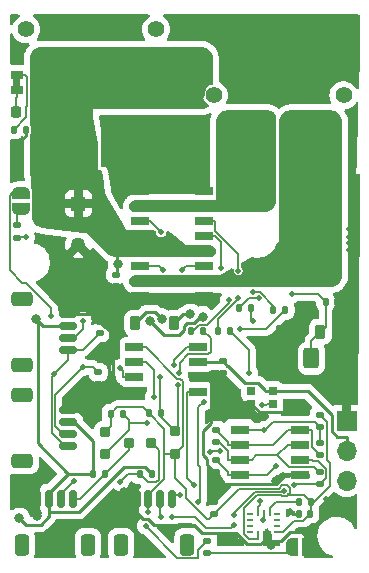
<source format=gbr>
%TF.GenerationSoftware,KiCad,Pcbnew,8.0.4*%
%TF.CreationDate,2025-02-11T21:16:31-05:00*%
%TF.ProjectId,DC_ESP32_Motor_Board_CAN,44435f45-5350-4333-925f-4d6f746f725f,rev?*%
%TF.SameCoordinates,Original*%
%TF.FileFunction,Copper,L1,Top*%
%TF.FilePolarity,Positive*%
%FSLAX46Y46*%
G04 Gerber Fmt 4.6, Leading zero omitted, Abs format (unit mm)*
G04 Created by KiCad (PCBNEW 8.0.4) date 2025-02-11 21:16:31*
%MOMM*%
%LPD*%
G01*
G04 APERTURE LIST*
G04 Aperture macros list*
%AMRoundRect*
0 Rectangle with rounded corners*
0 $1 Rounding radius*
0 $2 $3 $4 $5 $6 $7 $8 $9 X,Y pos of 4 corners*
0 Add a 4 corners polygon primitive as box body*
4,1,4,$2,$3,$4,$5,$6,$7,$8,$9,$2,$3,0*
0 Add four circle primitives for the rounded corners*
1,1,$1+$1,$2,$3*
1,1,$1+$1,$4,$5*
1,1,$1+$1,$6,$7*
1,1,$1+$1,$8,$9*
0 Add four rect primitives between the rounded corners*
20,1,$1+$1,$2,$3,$4,$5,0*
20,1,$1+$1,$4,$5,$6,$7,0*
20,1,$1+$1,$6,$7,$8,$9,0*
20,1,$1+$1,$8,$9,$2,$3,0*%
%AMFreePoly0*
4,1,19,0.500000,-0.750000,0.000000,-0.750000,0.000000,-0.744911,-0.071157,-0.744911,-0.207708,-0.704816,-0.327430,-0.627875,-0.420627,-0.520320,-0.479746,-0.390866,-0.500000,-0.250000,-0.500000,0.250000,-0.479746,0.390866,-0.420627,0.520320,-0.327430,0.627875,-0.207708,0.704816,-0.071157,0.744911,0.000000,0.744911,0.000000,0.750000,0.500000,0.750000,0.500000,-0.750000,0.500000,-0.750000,
$1*%
%AMFreePoly1*
4,1,19,0.000000,0.744911,0.071157,0.744911,0.207708,0.704816,0.327430,0.627875,0.420627,0.520320,0.479746,0.390866,0.500000,0.250000,0.500000,-0.250000,0.479746,-0.390866,0.420627,-0.520320,0.327430,-0.627875,0.207708,-0.704816,0.071157,-0.744911,0.000000,-0.744911,0.000000,-0.750000,-0.500000,-0.750000,-0.500000,0.750000,0.000000,0.750000,0.000000,0.744911,0.000000,0.744911,
$1*%
G04 Aperture macros list end*
%TA.AperFunction,EtchedComponent*%
%ADD10C,0.000000*%
%TD*%
%TA.AperFunction,ComponentPad*%
%ADD11C,1.400000*%
%TD*%
%TA.AperFunction,ComponentPad*%
%ADD12R,3.500000X3.500000*%
%TD*%
%TA.AperFunction,ComponentPad*%
%ADD13C,3.500000*%
%TD*%
%TA.AperFunction,SMDPad,CuDef*%
%ADD14RoundRect,0.135000X-0.185000X0.135000X-0.185000X-0.135000X0.185000X-0.135000X0.185000X0.135000X0*%
%TD*%
%TA.AperFunction,SMDPad,CuDef*%
%ADD15RoundRect,0.135000X-0.135000X-0.185000X0.135000X-0.185000X0.135000X0.185000X-0.135000X0.185000X0*%
%TD*%
%TA.AperFunction,ComponentPad*%
%ADD16R,1.275000X1.275000*%
%TD*%
%TA.AperFunction,ComponentPad*%
%ADD17C,1.275000*%
%TD*%
%TA.AperFunction,SMDPad,CuDef*%
%ADD18RoundRect,0.150000X-0.150000X-0.625000X0.150000X-0.625000X0.150000X0.625000X-0.150000X0.625000X0*%
%TD*%
%TA.AperFunction,SMDPad,CuDef*%
%ADD19RoundRect,0.250000X-0.350000X-0.650000X0.350000X-0.650000X0.350000X0.650000X-0.350000X0.650000X0*%
%TD*%
%TA.AperFunction,SMDPad,CuDef*%
%ADD20RoundRect,0.135000X0.135000X0.185000X-0.135000X0.185000X-0.135000X-0.185000X0.135000X-0.185000X0*%
%TD*%
%TA.AperFunction,SMDPad,CuDef*%
%ADD21RoundRect,0.135000X0.185000X-0.135000X0.185000X0.135000X-0.185000X0.135000X-0.185000X-0.135000X0*%
%TD*%
%TA.AperFunction,ComponentPad*%
%ADD22R,1.700000X1.700000*%
%TD*%
%TA.AperFunction,ComponentPad*%
%ADD23O,1.700000X1.700000*%
%TD*%
%TA.AperFunction,SMDPad,CuDef*%
%ADD24RoundRect,0.200000X-0.250000X-0.200000X0.250000X-0.200000X0.250000X0.200000X-0.250000X0.200000X0*%
%TD*%
%TA.AperFunction,SMDPad,CuDef*%
%ADD25RoundRect,0.140000X-0.170000X0.140000X-0.170000X-0.140000X0.170000X-0.140000X0.170000X0.140000X0*%
%TD*%
%TA.AperFunction,SMDPad,CuDef*%
%ADD26R,1.016000X0.758000*%
%TD*%
%TA.AperFunction,SMDPad,CuDef*%
%ADD27RoundRect,0.250000X-0.400000X-0.625000X0.400000X-0.625000X0.400000X0.625000X-0.400000X0.625000X0*%
%TD*%
%TA.AperFunction,SMDPad,CuDef*%
%ADD28R,0.475000X0.250000*%
%TD*%
%TA.AperFunction,SMDPad,CuDef*%
%ADD29R,0.250000X0.475000*%
%TD*%
%TA.AperFunction,SMDPad,CuDef*%
%ADD30RoundRect,0.150000X-0.625000X0.150000X-0.625000X-0.150000X0.625000X-0.150000X0.625000X0.150000X0*%
%TD*%
%TA.AperFunction,SMDPad,CuDef*%
%ADD31RoundRect,0.250000X-0.650000X0.350000X-0.650000X-0.350000X0.650000X-0.350000X0.650000X0.350000X0*%
%TD*%
%TA.AperFunction,SMDPad,CuDef*%
%ADD32R,1.525000X0.650000*%
%TD*%
%TA.AperFunction,SMDPad,CuDef*%
%ADD33RoundRect,0.225000X0.225000X0.375000X-0.225000X0.375000X-0.225000X-0.375000X0.225000X-0.375000X0*%
%TD*%
%TA.AperFunction,SMDPad,CuDef*%
%ADD34RoundRect,0.218750X-0.218750X-0.256250X0.218750X-0.256250X0.218750X0.256250X-0.218750X0.256250X0*%
%TD*%
%TA.AperFunction,ComponentPad*%
%ADD35C,3.600000*%
%TD*%
%TA.AperFunction,SMDPad,CuDef*%
%ADD36RoundRect,0.200000X0.250000X0.200000X-0.250000X0.200000X-0.250000X-0.200000X0.250000X-0.200000X0*%
%TD*%
%TA.AperFunction,SMDPad,CuDef*%
%ADD37R,1.500000X0.650000*%
%TD*%
%TA.AperFunction,SMDPad,CuDef*%
%ADD38RoundRect,0.140000X0.170000X-0.140000X0.170000X0.140000X-0.170000X0.140000X-0.170000X-0.140000X0*%
%TD*%
%TA.AperFunction,SMDPad,CuDef*%
%ADD39RoundRect,0.140000X0.140000X0.170000X-0.140000X0.170000X-0.140000X-0.170000X0.140000X-0.170000X0*%
%TD*%
%TA.AperFunction,SMDPad,CuDef*%
%ADD40FreePoly0,90.000000*%
%TD*%
%TA.AperFunction,SMDPad,CuDef*%
%ADD41FreePoly1,90.000000*%
%TD*%
%TA.AperFunction,SMDPad,CuDef*%
%ADD42FreePoly0,180.000000*%
%TD*%
%TA.AperFunction,SMDPad,CuDef*%
%ADD43FreePoly1,180.000000*%
%TD*%
%TA.AperFunction,SMDPad,CuDef*%
%ADD44RoundRect,0.140000X-0.140000X-0.170000X0.140000X-0.170000X0.140000X0.170000X-0.140000X0.170000X0*%
%TD*%
%TA.AperFunction,SMDPad,CuDef*%
%ADD45R,1.600000X0.760000*%
%TD*%
%TA.AperFunction,SMDPad,CuDef*%
%ADD46R,0.700000X0.700000*%
%TD*%
%TA.AperFunction,ViaPad*%
%ADD47C,0.500000*%
%TD*%
%TA.AperFunction,ViaPad*%
%ADD48C,0.800000*%
%TD*%
%TA.AperFunction,Conductor*%
%ADD49C,0.250000*%
%TD*%
%TA.AperFunction,Conductor*%
%ADD50C,0.150000*%
%TD*%
G04 APERTURE END LIST*
D10*
%TA.AperFunction,EtchedComponent*%
%TO.C,JP2*%
G36*
X78405556Y-60511980D02*
G01*
X77805557Y-60511980D01*
X77805556Y-59757980D01*
X78405556Y-59757980D01*
X78405556Y-60511980D01*
G37*
%TD.AperFunction*%
%TD*%
D11*
%TO.P,J4,*%
%TO.N,*%
X78916000Y-55626000D03*
X89916000Y-55626000D03*
D12*
%TO.P,J4,1,1*%
%TO.N,GND*%
X86916000Y-65626000D03*
D13*
%TO.P,J4,2,2*%
%TO.N,+24V*%
X81916000Y-65626000D03*
%TD*%
D14*
%TO.P,R13,1*%
%TO.N,+3.3V*%
X103759000Y-88261000D03*
%TO.P,R13,2*%
%TO.N,DipV*%
X103759000Y-89281000D03*
%TD*%
D15*
%TO.P,R4,1*%
%TO.N,Net-(IC1-PWM)*%
X99845400Y-79400400D03*
%TO.P,R4,2*%
%TO.N,PWM*%
X100865400Y-79400400D03*
%TD*%
D16*
%TO.P,C1,1,+*%
%TO.N,+24V*%
X83337400Y-70383400D03*
D17*
%TO.P,C1,2,-*%
%TO.N,GND*%
X83337401Y-73883400D03*
%TD*%
D18*
%TO.P,J5,1,1*%
%TO.N,GND*%
X79850200Y-95388200D03*
%TO.P,J5,2,2*%
%TO.N,+5V*%
X80850200Y-95388200D03*
%TO.P,J5,3,3*%
%TO.N,/SDA5*%
X81850200Y-95388200D03*
%TO.P,J5,4,4*%
%TO.N,/SCL5*%
X82850200Y-95388200D03*
D19*
%TO.P,J5,MP*%
%TO.N,N/C*%
X78550200Y-99263200D03*
X84150200Y-99263200D03*
%TD*%
D20*
%TO.P,R9,1*%
%TO.N,/SCL5*%
X85602000Y-93243400D03*
%TO.P,R9,2*%
%TO.N,+5V*%
X84582000Y-93243400D03*
%TD*%
D21*
%TO.P,R11,1*%
%TO.N,Net-(R11-Pad1)*%
X103759000Y-94161800D03*
%TO.P,R11,2*%
%TO.N,Net-(R10-Pad1)*%
X103759000Y-93141800D03*
%TD*%
D22*
%TO.P,J8,1,Pin_1*%
%TO.N,GND*%
X106045000Y-88773000D03*
D23*
%TO.P,J8,2,Pin_2*%
%TO.N,+5V*%
X106045000Y-91313000D03*
%TO.P,J8,3,Pin_3*%
%TO.N,GPIO_2*%
X106045000Y-93852999D03*
%TD*%
D20*
%TO.P,R2,1*%
%TO.N,INA*%
X93903800Y-81153000D03*
%TO.P,R2,2*%
%TO.N,Net-(IC1-INA)*%
X92883800Y-81153000D03*
%TD*%
D24*
%TO.P,Q2,1,G*%
%TO.N,+3.3V*%
X85630000Y-89682200D03*
%TO.P,Q2,2,S*%
%TO.N,SCL*%
X85630000Y-91582200D03*
%TO.P,Q2,3,D*%
%TO.N,/SCL5*%
X87630000Y-90632200D03*
%TD*%
D25*
%TO.P,C2,1*%
%TO.N,+24V*%
X86512400Y-76403200D03*
%TO.P,C2,2*%
%TO.N,GND*%
X86512400Y-77363200D03*
%TD*%
D26*
%TO.P,JP2,1,A*%
%TO.N,Net-(JP2-A)*%
X78105556Y-59499980D03*
%TO.P,JP2,2,B*%
%TO.N,Net-(D1-K)*%
X78105556Y-60769980D03*
%TD*%
D21*
%TO.P,R17,1*%
%TO.N,CANL*%
X78105000Y-73255600D03*
%TO.P,R17,2*%
%TO.N,Net-(JP1-A)*%
X78105000Y-72235600D03*
%TD*%
D27*
%TO.P,R6,1*%
%TO.N,RSENSE*%
X103072599Y-83489800D03*
%TO.P,R6,2*%
%TO.N,GND*%
X106172601Y-83489800D03*
%TD*%
D28*
%TO.P,IC3,1,ADO/SA0*%
%TO.N,unconnected-(IC3-ADO{slash}SA0-Pad1)*%
X97863600Y-96707400D03*
%TO.P,IC3,2,SDX*%
%TO.N,unconnected-(IC3-SDX-Pad2)*%
X97863600Y-97207400D03*
%TO.P,IC3,3,SCX*%
%TO.N,unconnected-(IC3-SCX-Pad3)*%
X97863600Y-97707400D03*
%TO.P,IC3,4,INT1*%
%TO.N,unconnected-(IC3-INT1-Pad4)*%
X97863600Y-98207400D03*
D29*
%TO.P,IC3,5,VDDIO*%
%TO.N,+3.3V*%
X98526600Y-98369400D03*
%TO.P,IC3,6,GND_1*%
%TO.N,GND*%
X99026600Y-98369400D03*
%TO.P,IC3,7,GND_2*%
X99526600Y-98369400D03*
D28*
%TO.P,IC3,8,VDD*%
%TO.N,+3.3V*%
X100189600Y-98207400D03*
%TO.P,IC3,9,INT2*%
%TO.N,unconnected-(IC3-INT2-Pad9)*%
X100189600Y-97707400D03*
%TO.P,IC3,10,NC_1*%
%TO.N,unconnected-(IC3-NC_1-Pad10)*%
X100189600Y-97207400D03*
%TO.P,IC3,11,NC_2*%
%TO.N,unconnected-(IC3-NC_2-Pad11)*%
X100189600Y-96707400D03*
D29*
%TO.P,IC3,12,CS*%
%TO.N,Net-(IC3-CS)*%
X99526600Y-96545400D03*
%TO.P,IC3,13,SCL*%
%TO.N,SCL*%
X99026600Y-96545400D03*
%TO.P,IC3,14,SDA*%
%TO.N,SDA*%
X98526600Y-96545400D03*
%TD*%
D15*
%TO.P,R14,1*%
%TO.N,/SDA5*%
X88569800Y-93319600D03*
%TO.P,R14,2*%
%TO.N,+5V*%
X89589800Y-93319600D03*
%TD*%
D30*
%TO.P,J2,1,1*%
%TO.N,GND*%
X82473800Y-79750000D03*
%TO.P,J2,2,2*%
%TO.N,+5V*%
X82473800Y-80750000D03*
%TO.P,J2,3,3*%
%TO.N,CANH*%
X82473800Y-81750000D03*
%TO.P,J2,4,4*%
%TO.N,CANL*%
X82473800Y-82750000D03*
D31*
%TO.P,J2,MP*%
%TO.N,N/C*%
X78598800Y-78450000D03*
X78598800Y-84050000D03*
%TD*%
D20*
%TO.P,R16,1*%
%TO.N,GND*%
X78867000Y-64135000D03*
%TO.P,R16,2*%
%TO.N,Net-(JP2-A)*%
X77847000Y-64135000D03*
%TD*%
D32*
%TO.P,IC1,1,GNDA_1*%
%TO.N,GND*%
X88556000Y-69342000D03*
%TO.P,IC1,2,OUTA_1*%
%TO.N,/OUTA*%
X88555999Y-70612000D03*
%TO.P,IC1,3,INA*%
%TO.N,Net-(IC1-INA)*%
X88556000Y-71882000D03*
%TO.P,IC1,4,VCC_1*%
%TO.N,+24V*%
X88556000Y-73152000D03*
%TO.P,IC1,5,VCC_2*%
X88556000Y-74422000D03*
%TO.P,IC1,6,INB*%
%TO.N,Net-(IC1-INB)*%
X88556000Y-75692000D03*
%TO.P,IC1,7,OUTB_1*%
%TO.N,/OUTB*%
X88555998Y-76962000D03*
%TO.P,IC1,8,GNDB_1*%
%TO.N,GND*%
X88556000Y-78232000D03*
%TO.P,IC1,9,GNDB_2*%
X93980000Y-78232000D03*
%TO.P,IC1,10,OUTB_2*%
%TO.N,/OUTB*%
X93980001Y-76962000D03*
%TO.P,IC1,11,PWM*%
%TO.N,Net-(IC1-PWM)*%
X93980000Y-75692000D03*
%TO.P,IC1,12,VCC_3*%
%TO.N,+24V*%
X93980000Y-74422000D03*
%TO.P,IC1,13,CS*%
%TO.N,RSENSE*%
X93980000Y-73152000D03*
%TO.P,IC1,14,SEL0*%
%TO.N,Net-(IC1-SEL0)*%
X93980000Y-71882000D03*
%TO.P,IC1,15,OUTA_2*%
%TO.N,/OUTA*%
X93980002Y-70612000D03*
%TO.P,IC1,16,GNDA_2*%
%TO.N,GND*%
X93980000Y-69342000D03*
%TD*%
D33*
%TO.P,DZ1,1,K*%
%TO.N,RSENSE*%
X103833200Y-81229200D03*
%TO.P,DZ1,2,A*%
%TO.N,GND*%
X100533200Y-81229200D03*
%TD*%
D34*
%TO.P,D1,1,K*%
%TO.N,Net-(D1-K)*%
X78079600Y-62611000D03*
%TO.P,D1,2,A*%
%TO.N,+24V*%
X79654600Y-62611000D03*
%TD*%
D20*
%TO.P,R3,1*%
%TO.N,INB*%
X96143000Y-81153000D03*
%TO.P,R3,2*%
%TO.N,Net-(IC1-INB)*%
X95123000Y-81153000D03*
%TD*%
D35*
%TO.P,J7,1,1*%
%TO.N,GND*%
X92332600Y-65474400D03*
%TO.P,J7,2,2*%
%TO.N,+24V*%
X92332600Y-60474400D03*
%TD*%
D21*
%TO.P,R1,1*%
%TO.N,Net-(R1-Pad1)*%
X103759000Y-91696000D03*
%TO.P,R1,2*%
%TO.N,DipV*%
X103759000Y-90676000D03*
%TD*%
D20*
%TO.P,R8,1*%
%TO.N,SCL*%
X87096600Y-88163400D03*
%TO.P,R8,2*%
%TO.N,+3.3V*%
X86076600Y-88163400D03*
%TD*%
D36*
%TO.P,Q1,1,G*%
%TO.N,+3.3V*%
X91516200Y-91567000D03*
%TO.P,Q1,2,S*%
%TO.N,SDA*%
X91516200Y-89667000D03*
%TO.P,Q1,3,D*%
%TO.N,/SDA5*%
X89516200Y-90617000D03*
%TD*%
D37*
%TO.P,IC2,1,TXD*%
%TO.N,CANTX*%
X93479600Y-86349800D03*
%TO.P,IC2,2,GND*%
%TO.N,GND*%
X93479600Y-85079800D03*
%TO.P,IC2,3,VCC*%
%TO.N,+5V*%
X93479600Y-83809800D03*
%TO.P,IC2,4,RXD*%
%TO.N,CANRX*%
X93479600Y-82539800D03*
%TO.P,IC2,5,VREF*%
%TO.N,+3.3V*%
X88079600Y-82539800D03*
%TO.P,IC2,6,CANL*%
%TO.N,CANL*%
X88079600Y-83809800D03*
%TO.P,IC2,7,CANH*%
%TO.N,CANH*%
X88079600Y-85079800D03*
%TO.P,IC2,8,S*%
%TO.N,GND*%
X88079600Y-86349800D03*
%TD*%
D21*
%TO.P,R18,1*%
%TO.N,Net-(JP3-B)*%
X94259400Y-99950999D03*
%TO.P,R18,2*%
%TO.N,GPIO_A*%
X94259400Y-98931001D03*
%TD*%
D38*
%TO.P,C7,1*%
%TO.N,+3.3V*%
X94843600Y-96644400D03*
%TO.P,C7,2*%
%TO.N,GND*%
X94843600Y-95684400D03*
%TD*%
D39*
%TO.P,C8,1*%
%TO.N,+3.3V*%
X102969000Y-96647000D03*
%TO.P,C8,2*%
%TO.N,GND*%
X102009000Y-96647000D03*
%TD*%
D21*
%TO.P,R12,1*%
%TO.N,GND*%
X94970600Y-93116400D03*
%TO.P,R12,2*%
%TO.N,Net-(R11-Pad1)*%
X94970600Y-92096400D03*
%TD*%
D15*
%TO.P,R5,1*%
%TO.N,Net-(IC1-SEL0)*%
X96949800Y-79248000D03*
%TO.P,R5,2*%
%TO.N,SEL*%
X97969800Y-79248000D03*
%TD*%
D40*
%TO.P,JP1,1,A*%
%TO.N,Net-(JP1-A)*%
X78486000Y-70804800D03*
D41*
%TO.P,JP1,2,B*%
%TO.N,CANH*%
X78486000Y-69504800D03*
%TD*%
D20*
%TO.P,R7,1*%
%TO.N,SDA*%
X90324400Y-88138000D03*
%TO.P,R7,2*%
%TO.N,+3.3V*%
X89304400Y-88138000D03*
%TD*%
D25*
%TO.P,C4,1*%
%TO.N,GND*%
X85140800Y-80368200D03*
%TO.P,C4,2*%
%TO.N,CANL*%
X85140800Y-81328200D03*
%TD*%
%TO.P,C6,1*%
%TO.N,+5V*%
X95605600Y-83749000D03*
%TO.P,C6,2*%
%TO.N,GND*%
X95605600Y-84709000D03*
%TD*%
D30*
%TO.P,J1,1,1*%
%TO.N,GND*%
X82473800Y-87878000D03*
%TO.P,J1,2,2*%
%TO.N,+5V*%
X82473800Y-88878000D03*
%TO.P,J1,3,3*%
%TO.N,CANH*%
X82473800Y-89878000D03*
%TO.P,J1,4,4*%
%TO.N,CANL*%
X82473800Y-90878000D03*
D31*
%TO.P,J1,MP*%
%TO.N,N/C*%
X78598800Y-86578000D03*
X78598800Y-92178000D03*
%TD*%
D15*
%TO.P,R15,1*%
%TO.N,Net-(IC3-CS)*%
X101979001Y-95631000D03*
%TO.P,R15,2*%
%TO.N,+3.3V*%
X102998999Y-95631000D03*
%TD*%
D25*
%TO.P,C5,1*%
%TO.N,CANH*%
X85039200Y-84671000D03*
%TO.P,C5,2*%
%TO.N,GND*%
X85039200Y-85631000D03*
%TD*%
D18*
%TO.P,J6,1,1*%
%TO.N,GND*%
X88269600Y-95388200D03*
%TO.P,J6,2,2*%
%TO.N,+3.3V*%
X89269600Y-95388200D03*
%TO.P,J6,3,3*%
%TO.N,GPIO_A*%
X90269600Y-95388200D03*
%TO.P,J6,4,4*%
%TO.N,GPIO_1*%
X91269600Y-95388200D03*
D19*
%TO.P,J6,MP*%
%TO.N,N/C*%
X86969600Y-99263200D03*
X92569600Y-99263200D03*
%TD*%
D21*
%TO.P,R10,1*%
%TO.N,Net-(R10-Pad1)*%
X94970600Y-90574400D03*
%TO.P,R10,2*%
%TO.N,Net-(R1-Pad1)*%
X94970600Y-89554400D03*
%TD*%
D42*
%TO.P,JP3,1,A*%
%TO.N,GND*%
X102742999Y-99441000D03*
D43*
%TO.P,JP3,2,B*%
%TO.N,Net-(JP3-B)*%
X101443001Y-99441000D03*
%TD*%
D44*
%TO.P,C3,1*%
%TO.N,RSENSE*%
X104269600Y-78714600D03*
%TO.P,C3,2*%
%TO.N,GND*%
X105229600Y-78714600D03*
%TD*%
D45*
%TO.P,SW1,1*%
%TO.N,DipV*%
X97002600Y-89535000D03*
%TO.P,SW1,2*%
%TO.N,Net-(R1-Pad1)*%
X97002600Y-90805000D03*
%TO.P,SW1,3*%
%TO.N,Net-(R10-Pad1)*%
X97002600Y-92075000D03*
%TO.P,SW1,4*%
%TO.N,Net-(R11-Pad1)*%
X97002600Y-93345000D03*
%TO.P,SW1,5*%
%TO.N,GND*%
X102082600Y-93345000D03*
%TO.P,SW1,6*%
%TO.N,Net-(R11-Pad1)*%
X102082600Y-92075000D03*
%TO.P,SW1,7*%
%TO.N,Net-(R10-Pad1)*%
X102082600Y-90805000D03*
%TO.P,SW1,8*%
%TO.N,Net-(R1-Pad1)*%
X102082600Y-89535000D03*
%TD*%
D46*
%TO.P,LED1,1,DO*%
%TO.N,unconnected-(LED1-DO-Pad1)*%
X97992000Y-86276000D03*
%TO.P,LED1,2,GND*%
%TO.N,GND*%
X97992000Y-87376000D03*
%TO.P,LED1,3,DI*%
%TO.N,GPIO_2*%
X99822000Y-87376000D03*
%TO.P,LED1,4,VDD*%
%TO.N,+5V*%
X99822000Y-86276000D03*
%TD*%
D11*
%TO.P,J3,*%
%TO.N,*%
X94791000Y-61214000D03*
X105791000Y-61214000D03*
D12*
%TO.P,J3,1,1*%
%TO.N,/OUTA*%
X97791000Y-66214000D03*
D13*
%TO.P,J3,2,2*%
%TO.N,/OUTB*%
X102791000Y-66214000D03*
%TD*%
D33*
%TO.P,D2,1,K*%
%TO.N,Net-(D2-K)*%
X91440000Y-80518000D03*
%TO.P,D2,2,A*%
%TO.N,+24V*%
X88140000Y-80518000D03*
%TD*%
D47*
%TO.N,GND*%
X83566000Y-76073000D03*
X77851000Y-68199000D03*
X106248200Y-74295000D03*
X80391000Y-73279000D03*
X81280000Y-74041000D03*
D48*
X87215700Y-94842900D03*
X99647912Y-99274000D03*
D47*
X82423000Y-76835000D03*
D48*
X79839800Y-96844400D03*
D47*
X81788000Y-75946000D03*
D48*
X80831300Y-77595700D03*
D47*
X81788000Y-76581000D03*
D48*
X100029000Y-93839000D03*
D47*
X83058000Y-76581000D03*
X104089200Y-96951800D03*
X81153000Y-73406000D03*
X81534000Y-75311000D03*
D48*
X100590700Y-82675500D03*
D47*
X84074000Y-75692000D03*
X104267000Y-95377000D03*
X101219000Y-96393000D03*
X81407000Y-74676000D03*
X106248200Y-73177400D03*
X106248200Y-72567800D03*
X105537000Y-95631000D03*
D48*
X106052500Y-82124600D03*
D47*
X106248200Y-73736200D03*
D48*
X101485200Y-87402000D03*
D47*
%TO.N,Net-(IC1-INA)*%
X90339400Y-72780500D03*
X96104600Y-78549100D03*
D48*
%TO.N,+24V*%
X90390000Y-80137000D03*
X86722253Y-75466053D03*
D47*
%TO.N,Net-(IC1-INB)*%
X96862800Y-78384200D03*
X90495400Y-75993900D03*
%TO.N,Net-(IC1-PWM)*%
X98112100Y-77860800D03*
X92151200Y-75992300D03*
D48*
%TO.N,+5V*%
X93853000Y-79958000D03*
X89400896Y-80314000D03*
X78350300Y-97023600D03*
X79756000Y-80195200D03*
D47*
%TO.N,Net-(IC1-SEL0)*%
X98594000Y-78407100D03*
X96862800Y-76058500D03*
%TO.N,RSENSE*%
X101398200Y-78052900D03*
X95422000Y-75844100D03*
%TO.N,CANH*%
X81026000Y-79883000D03*
X83700300Y-80324100D03*
X86855300Y-84323000D03*
X83715200Y-84226800D03*
%TO.N,CANL*%
X78898100Y-73247400D03*
X81287000Y-84848800D03*
X89728500Y-86753300D03*
%TO.N,CANTX*%
X93139800Y-94215700D03*
%TO.N,+3.3V*%
X89233838Y-96513000D03*
%TO.N,CANRX*%
X91474400Y-84019400D03*
%TO.N,DipV*%
X91252700Y-96880900D03*
X100787700Y-94676300D03*
X96528300Y-96774800D03*
X96508900Y-97577700D03*
X99039700Y-89563300D03*
%TO.N,INA*%
X91876700Y-84695200D03*
%TO.N,INB*%
X97790200Y-84697900D03*
%TO.N,PWM*%
X97025700Y-81003800D03*
%TO.N,SEL*%
X98089700Y-80325800D03*
%TO.N,Net-(R11-Pad1)*%
X100032300Y-92623300D03*
X101613200Y-94223800D03*
%TO.N,GPIO_1*%
X93428800Y-95645100D03*
X91963900Y-95019500D03*
X93940300Y-87145600D03*
%TO.N,GPIO_A*%
X90355882Y-96919200D03*
X89027000Y-97663000D03*
%TO.N,SDA*%
X91742900Y-85742200D03*
X98698100Y-95531400D03*
X90289100Y-85041700D03*
%TO.N,SCL*%
X95365800Y-91331700D03*
X89162300Y-88992400D03*
X94462300Y-91391800D03*
X98991600Y-97199700D03*
%TO.N,GPIO_2*%
X98910200Y-87402000D03*
%TO.N,/SDA5*%
X82995600Y-93841900D03*
X86879400Y-93966300D03*
D48*
%TO.N,Net-(D2-K)*%
X92817057Y-79763057D03*
%TD*%
D49*
%TO.N,GND*%
X94249100Y-92521900D02*
X94843600Y-93116400D01*
X101238500Y-98171000D02*
X100476500Y-98933000D01*
X102009000Y-96647000D02*
X101473000Y-96647000D01*
X88054600Y-86349800D02*
X86952900Y-86349800D01*
X94606300Y-88945000D02*
X93885600Y-89665700D01*
X99526600Y-98763000D02*
X99509300Y-98780300D01*
X99026600Y-98369400D02*
X99026600Y-98933600D01*
X79850200Y-95388200D02*
X79850200Y-96834000D01*
X102227999Y-98171000D02*
X101238500Y-98171000D01*
X106052500Y-87588800D02*
X106045000Y-87596300D01*
X97992000Y-87376000D02*
X97315300Y-87376000D01*
X93885600Y-89665700D02*
X93885600Y-91630600D01*
X100801400Y-93345000D02*
X100029000Y-94117400D01*
X98677900Y-88061900D02*
X100825300Y-88061900D01*
X100029000Y-94117400D02*
X100029000Y-93839000D01*
X99988912Y-98933000D02*
X99647912Y-99274000D01*
X102742999Y-99441000D02*
X102742999Y-98686000D01*
X98751600Y-99208600D02*
X99026600Y-98933600D01*
X94249100Y-91994000D02*
X94249100Y-92521900D01*
X106258400Y-73726000D02*
X106248200Y-73736200D01*
X94604800Y-85079800D02*
X94606300Y-85081300D01*
X106258400Y-73167200D02*
X106248200Y-73177400D01*
X106258400Y-78155800D02*
X105699600Y-78714600D01*
X101473000Y-96647000D02*
X101219000Y-96393000D01*
X85140800Y-79898200D02*
X85140800Y-80368200D01*
X93827800Y-98272600D02*
X96701514Y-98272600D01*
X105928900Y-82001000D02*
X106052500Y-82124600D01*
X102082600Y-93345000D02*
X100955900Y-93345000D01*
X87724300Y-94842900D02*
X88269600Y-95388200D01*
X99509300Y-98780300D02*
X99356000Y-98933600D01*
X88269600Y-96563000D02*
X88794600Y-97088000D01*
X85507290Y-80723200D02*
X86248100Y-81464010D01*
X100476500Y-98933000D02*
X99988912Y-98933000D01*
X106258400Y-72557600D02*
X106248200Y-72567800D01*
X105699600Y-82001000D02*
X105699600Y-78714600D01*
X83262200Y-87878000D02*
X85039200Y-86101000D01*
X84990000Y-79747400D02*
X85140800Y-79898200D01*
X100825300Y-88061900D02*
X101485200Y-87402000D01*
X99356000Y-98933600D02*
X99026600Y-98933600D01*
X106248200Y-74295000D02*
X106258400Y-74305200D01*
X100590700Y-82675500D02*
X100533200Y-82618000D01*
X94975600Y-84709000D02*
X94604800Y-85079800D01*
X100029000Y-94117400D02*
X94843600Y-94117400D01*
X80831300Y-77595700D02*
X80831300Y-78107500D01*
X86704100Y-86101000D02*
X86952900Y-86349800D01*
X78866999Y-64135000D02*
X78866999Y-64643001D01*
X94843600Y-93116400D02*
X94843600Y-94117400D01*
X106258400Y-74305200D02*
X106258400Y-78155800D01*
X106258400Y-66414900D02*
X106258400Y-72557600D01*
X94606300Y-85081300D02*
X94606300Y-88945000D01*
X88794600Y-97088000D02*
X89265173Y-97088000D01*
X106248200Y-73736200D02*
X106258400Y-73746400D01*
X102742999Y-98686000D02*
X102227999Y-98171000D01*
X99526600Y-98369400D02*
X99526600Y-98763000D01*
X94843600Y-94117400D02*
X94843600Y-95684400D01*
X87215700Y-94842900D02*
X87724300Y-94842900D01*
X106248200Y-72567800D02*
X106258400Y-72578000D01*
X89773173Y-97596000D02*
X93151200Y-97596000D01*
X106052500Y-82124600D02*
X106052500Y-87588800D01*
X78866999Y-64643001D02*
X78486000Y-65024000D01*
X97992000Y-87376000D02*
X98677900Y-88061900D01*
X82473800Y-79750000D02*
X82476400Y-79747400D01*
X97637514Y-99208600D02*
X98751600Y-99208600D01*
X85495800Y-80723200D02*
X85507290Y-80723200D01*
X86248100Y-81464010D02*
X86248100Y-86101000D01*
X86248100Y-86101000D02*
X86704100Y-86101000D01*
X85039200Y-86101000D02*
X86248100Y-86101000D01*
X97315300Y-87376000D02*
X95605600Y-85666300D01*
X95605600Y-85666300D02*
X95605600Y-84709000D01*
X89265173Y-97088000D02*
X89773173Y-97596000D01*
X94493000Y-85079800D02*
X94604800Y-85079800D01*
X82476400Y-79747400D02*
X84990000Y-79747400D01*
X95605600Y-84709000D02*
X94975600Y-84709000D01*
X106258400Y-72578000D02*
X106258400Y-73167200D01*
X82473800Y-87878000D02*
X83262200Y-87878000D01*
X94249000Y-91994000D02*
X94249100Y-91994000D01*
X93885600Y-91630600D02*
X94249000Y-91994000D01*
X100955900Y-93345000D02*
X100801400Y-93345000D01*
X100533200Y-82618000D02*
X100533200Y-81229200D01*
X106258400Y-73746400D02*
X106258400Y-74284800D01*
X93504600Y-85079800D02*
X94493000Y-85079800D01*
X106258400Y-74284800D02*
X106248200Y-74295000D01*
X105699600Y-82001000D02*
X105928900Y-82001000D01*
X106248200Y-73177400D02*
X106258400Y-73187600D01*
X96701514Y-98272600D02*
X97637514Y-99208600D01*
X85140800Y-80368200D02*
X85495800Y-80723200D01*
X88269600Y-95388200D02*
X88269600Y-96563000D01*
X79850200Y-96834000D02*
X79839800Y-96844400D01*
X94843600Y-93116400D02*
X94970600Y-93116400D01*
X106258400Y-73187600D02*
X106258400Y-73726000D01*
X93151200Y-97596000D02*
X93827800Y-98272600D01*
X80831300Y-78107500D02*
X82473800Y-79750000D01*
X106045000Y-88773000D02*
X106045000Y-87596300D01*
D50*
%TO.N,Net-(IC1-INA)*%
X89520200Y-71882000D02*
X89520200Y-71961300D01*
X89520200Y-71961300D02*
X90339400Y-72780500D01*
X93538105Y-80633000D02*
X93018105Y-81153000D01*
X93018105Y-81153000D02*
X92883801Y-81153000D01*
X88556000Y-71882000D02*
X89520200Y-71882000D01*
X96104600Y-78774400D02*
X94246000Y-80633000D01*
X94246000Y-80633000D02*
X93538105Y-80633000D01*
X96104600Y-78549100D02*
X96104600Y-78774400D01*
D49*
%TO.N,+24V*%
X86567200Y-74867100D02*
X86567200Y-76528800D01*
X89069000Y-79589000D02*
X88140000Y-80518000D01*
X90390000Y-80137000D02*
X89842000Y-79589000D01*
X89842000Y-79589000D02*
X89069000Y-79589000D01*
D50*
%TO.N,Net-(IC1-INB)*%
X88556000Y-75692000D02*
X90193500Y-75692000D01*
X90193500Y-75692000D02*
X90495400Y-75993900D01*
X95123000Y-80169600D02*
X96862800Y-78429800D01*
X95123000Y-81153000D02*
X95123000Y-80169600D01*
X96862800Y-78429800D02*
X96862800Y-78384200D01*
%TO.N,Net-(IC1-PWM)*%
X92451500Y-75692000D02*
X92151200Y-75992300D01*
X93015800Y-75692000D02*
X92451500Y-75692000D01*
X99845400Y-79019600D02*
X98686600Y-77860800D01*
X93980000Y-75692000D02*
X93015800Y-75692000D01*
X98686600Y-77860800D02*
X98112100Y-77860800D01*
X99845400Y-79400400D02*
X99845400Y-79019600D01*
D49*
%TO.N,+5V*%
X80850200Y-96493800D02*
X80850200Y-95388200D01*
X106045000Y-90136300D02*
X105236000Y-90136300D01*
X79882992Y-90642392D02*
X79882992Y-80322192D01*
X95960600Y-84104000D02*
X95972090Y-84104000D01*
X84582000Y-90459000D02*
X83001000Y-88878000D01*
X80850200Y-96872000D02*
X80850200Y-96493800D01*
X99145300Y-86191400D02*
X99145300Y-86276000D01*
X92288801Y-81092699D02*
X92288801Y-80773720D01*
X87189400Y-92672400D02*
X88942600Y-92672400D01*
X80850200Y-95388200D02*
X80850200Y-94877200D01*
X83368000Y-96493800D02*
X87189400Y-92672400D01*
X89400896Y-80314000D02*
X90583896Y-81497000D01*
X84582000Y-93243400D02*
X84582000Y-90459000D01*
X93647419Y-79958000D02*
X93853000Y-79958000D01*
X93504600Y-83809800D02*
X95544800Y-83809800D01*
X105236000Y-90136300D02*
X104775600Y-89675900D01*
X90583896Y-81497000D02*
X91884500Y-81497000D01*
X95972090Y-84104000D02*
X96240600Y-84372510D01*
X92288801Y-80773720D02*
X92554521Y-80508000D01*
X82484000Y-93243400D02*
X84582000Y-93243400D01*
X99145300Y-86276000D02*
X99822000Y-86276000D01*
X82484000Y-93243400D02*
X79882992Y-90642392D01*
X95605600Y-83749000D02*
X95960600Y-84104000D01*
X96240600Y-84372510D02*
X96240600Y-84384000D01*
X106045000Y-91313000D02*
X106045000Y-90136300D01*
X95544800Y-83809800D02*
X95605600Y-83749000D01*
X98521600Y-85567700D02*
X99145300Y-86191400D01*
X88942600Y-92672400D02*
X89589800Y-93319600D01*
X79882992Y-80322192D02*
X79756000Y-80195200D01*
X104775600Y-88271100D02*
X102780500Y-86276000D01*
X104775600Y-89675900D02*
X104775600Y-88271100D01*
X78350300Y-97023600D02*
X78904200Y-97577500D01*
X93097419Y-80508000D02*
X93647419Y-79958000D01*
X92554521Y-80508000D02*
X93097419Y-80508000D01*
X82473800Y-80750000D02*
X80310800Y-80750000D01*
X80310800Y-80750000D02*
X79756000Y-80195200D01*
X96240600Y-84384000D02*
X97424300Y-85567700D01*
X102780500Y-86276000D02*
X99822000Y-86276000D01*
X80850200Y-96493800D02*
X83368000Y-96493800D01*
X91884500Y-81497000D02*
X92288801Y-81092699D01*
X80144700Y-97577500D02*
X80850200Y-96872000D01*
X83001000Y-88878000D02*
X82473800Y-88878000D01*
X80850200Y-94877200D02*
X82484000Y-93243400D01*
X97424300Y-85567700D02*
X98521600Y-85567700D01*
X78904200Y-97577500D02*
X80144700Y-97577500D01*
D50*
%TO.N,Net-(IC1-SEL0)*%
X93980000Y-71882000D02*
X94944200Y-71882000D01*
X96949800Y-79248000D02*
X97790700Y-78407100D01*
X96862800Y-74612000D02*
X96862800Y-76058500D01*
X94944200Y-72693400D02*
X96862800Y-74612000D01*
X94944200Y-71882000D02*
X94944200Y-72693400D01*
X97790700Y-78407100D02*
X98594000Y-78407100D01*
%TO.N,RSENSE*%
X94944200Y-73152000D02*
X95422000Y-73629800D01*
X103072599Y-83405999D02*
X103555500Y-83888900D01*
X104269600Y-78714600D02*
X104269600Y-80792800D01*
X95422000Y-73629800D02*
X95422000Y-75844100D01*
X104269600Y-80792800D02*
X103833200Y-81229200D01*
X103833200Y-81229200D02*
X103072599Y-81989801D01*
X103607900Y-78052900D02*
X104269600Y-78714600D01*
X103072599Y-81989801D02*
X103072599Y-83405999D01*
X101398200Y-78052900D02*
X103607900Y-78052900D01*
X93980000Y-73152000D02*
X94944200Y-73152000D01*
%TO.N,CANH*%
X88054600Y-85079800D02*
X87077900Y-85079800D01*
X77731000Y-69504800D02*
X78486000Y-69504800D01*
X81380700Y-86561300D02*
X83715200Y-84226800D01*
X77531000Y-76034666D02*
X77531000Y-69704800D01*
X82931800Y-81750000D02*
X82473800Y-81750000D01*
X85039200Y-84671000D02*
X84595000Y-84226800D01*
X77531000Y-69704800D02*
X77731000Y-69504800D01*
X78881124Y-77089000D02*
X78585334Y-77089000D01*
X87077900Y-85079800D02*
X87077900Y-84545600D01*
X82069400Y-89878000D02*
X81380700Y-89189300D01*
X78585334Y-77089000D02*
X77531000Y-76034666D01*
X81026000Y-79883000D02*
X81026000Y-79233876D01*
X83700300Y-80981500D02*
X82931800Y-81750000D01*
X81026000Y-79233876D02*
X78881124Y-77089000D01*
X81380700Y-89189300D02*
X81380700Y-86561300D01*
X82473800Y-89878000D02*
X82069400Y-89878000D01*
X83700300Y-80324100D02*
X83700300Y-80981500D01*
X84595000Y-84226800D02*
X83715200Y-84226800D01*
X87077900Y-84545600D02*
X86855300Y-84323000D01*
%TO.N,CANL*%
X81097600Y-89793300D02*
X82182300Y-90878000D01*
X81097600Y-85038200D02*
X81097600Y-89793300D01*
X78113200Y-73247400D02*
X78105000Y-73255600D01*
X78898100Y-73247400D02*
X78113200Y-73247400D01*
X82182300Y-90878000D02*
X82473800Y-90878000D01*
X89728500Y-84507000D02*
X89031300Y-83809800D01*
X89728500Y-86753300D02*
X89728500Y-84507000D01*
X83719000Y-82750000D02*
X82473800Y-82750000D01*
X82473800Y-83662000D02*
X81287000Y-84848800D01*
X88054600Y-83809800D02*
X89031300Y-83809800D01*
X81287000Y-84848800D02*
X81097600Y-85038200D01*
X85140800Y-81328200D02*
X83719000Y-82750000D01*
X82473800Y-82750000D02*
X82473800Y-83662000D01*
%TO.N,CANTX*%
X92527900Y-93603800D02*
X93139800Y-94215700D01*
X93504600Y-86349800D02*
X92527900Y-86349800D01*
X92527900Y-86349800D02*
X92527900Y-93603800D01*
%TO.N,+3.3V*%
X89304400Y-88138000D02*
X90607700Y-89441300D01*
X102446099Y-95078100D02*
X101981000Y-95078100D01*
X104373800Y-88875800D02*
X103759000Y-88261000D01*
X102998999Y-95631000D02*
X102998999Y-96617001D01*
X98441900Y-95079600D02*
X100552200Y-95079600D01*
X104626800Y-94273198D02*
X104626800Y-92369800D01*
X102998999Y-96617001D02*
X102969000Y-96647000D01*
X104626800Y-92369800D02*
X104373800Y-92116800D01*
X91973400Y-85217000D02*
X91708500Y-85217000D01*
X90607700Y-93679600D02*
X89269600Y-95017700D01*
X101239400Y-94489100D02*
X100974900Y-94224600D01*
X89304400Y-88138000D02*
X88786100Y-87619700D01*
X101611814Y-97232000D02*
X102384000Y-97232000D01*
X100636414Y-98207400D02*
X101611814Y-97232000D01*
X91516200Y-93622300D02*
X91516200Y-91567000D01*
X97803200Y-98808600D02*
X97391600Y-98397000D01*
X101981000Y-95078100D02*
X101024800Y-95078100D01*
X91516200Y-91567000D02*
X92194600Y-90888600D01*
X92415600Y-95283200D02*
X92415600Y-94521700D01*
X91708500Y-85217000D02*
X89031300Y-82539800D01*
X91516200Y-91567000D02*
X90607700Y-91567000D01*
X97391600Y-96129900D02*
X98441900Y-95079600D01*
X88786100Y-87619700D02*
X86620300Y-87619700D01*
X101024800Y-95078100D02*
X101239400Y-94863500D01*
X100974900Y-94224600D02*
X100600700Y-94224600D01*
X98526600Y-98369400D02*
X98526600Y-98808600D01*
X103268998Y-95631000D02*
X104626800Y-94273198D01*
X100974900Y-95128000D02*
X101024800Y-95078100D01*
X102384000Y-97232000D02*
X102969000Y-96647000D01*
X102522000Y-95078100D02*
X101981000Y-95078100D01*
X86620300Y-87619700D02*
X86076600Y-88163400D01*
X94246800Y-97114400D02*
X92415600Y-95283200D01*
X98526600Y-98808600D02*
X97803200Y-98808600D01*
X92194600Y-85438200D02*
X91973400Y-85217000D01*
X100600700Y-94224600D02*
X100306200Y-94519100D01*
X94373600Y-97114400D02*
X94246800Y-97114400D01*
X89269600Y-95017700D02*
X89269600Y-95388200D01*
X102998999Y-95631000D02*
X102446099Y-95078100D01*
X86076600Y-89235600D02*
X86076600Y-88163400D01*
X85630000Y-89682200D02*
X86076600Y-89235600D01*
X104373800Y-92116800D02*
X104373800Y-88875800D01*
X100189600Y-98207400D02*
X100636414Y-98207400D01*
X100552200Y-95079600D02*
X100600600Y-95128000D01*
X102998999Y-95631000D02*
X103268998Y-95631000D01*
X92415600Y-94521700D02*
X91516200Y-93622300D01*
X100306200Y-94519100D02*
X96968900Y-94519100D01*
X90607700Y-91567000D02*
X90607700Y-93679600D01*
X96968900Y-94519100D02*
X94373600Y-97114400D01*
X89031300Y-82539800D02*
X88054600Y-82539800D01*
X92194600Y-90888600D02*
X92194600Y-85438200D01*
X97391600Y-98397000D02*
X97391600Y-96129900D01*
X89269600Y-95388200D02*
X89269600Y-96477238D01*
X100600600Y-95128000D02*
X100974900Y-95128000D01*
X90607700Y-89441300D02*
X90607700Y-91567000D01*
X101239400Y-94863500D02*
X101239400Y-94489100D01*
X89269600Y-96477238D02*
X89233838Y-96513000D01*
%TO.N,CANRX*%
X93504600Y-82539800D02*
X92527900Y-82539800D01*
X91474400Y-84019400D02*
X91474400Y-83593300D01*
X91474400Y-83593300D02*
X92527900Y-82539800D01*
%TO.N,Net-(R1-Pad1)*%
X96570500Y-90805000D02*
X96000900Y-90805000D01*
X99810900Y-90805000D02*
X101080900Y-89535000D01*
X96000900Y-90584700D02*
X94970600Y-89554400D01*
X103084300Y-89535000D02*
X103084300Y-91021300D01*
X102082600Y-89535000D02*
X101080900Y-89535000D01*
X103084300Y-91021300D02*
X103759000Y-91696000D01*
X98004300Y-90805000D02*
X99810900Y-90805000D01*
X102082600Y-89535000D02*
X103084300Y-89535000D01*
X97002600Y-90805000D02*
X98004300Y-90805000D01*
X96570500Y-90805000D02*
X97002600Y-90805000D01*
X96000900Y-90805000D02*
X96000900Y-90584700D01*
%TO.N,DipV*%
X96269500Y-97817100D02*
X96508900Y-97577700D01*
X91252700Y-96880900D02*
X93245100Y-96880900D01*
X99805800Y-88903200D02*
X103381200Y-88903200D01*
X103381200Y-88903200D02*
X103759000Y-89281000D01*
X98004300Y-89535000D02*
X99174000Y-89535000D01*
X100668200Y-94795800D02*
X100787700Y-94676300D01*
X94181300Y-97817100D02*
X96269500Y-97817100D01*
X98311600Y-94795800D02*
X100668200Y-94795800D01*
X99174000Y-89535000D02*
X99805800Y-88903200D01*
X103759000Y-90676000D02*
X103759000Y-89281000D01*
X98032600Y-89563300D02*
X98004300Y-89535000D01*
X99039700Y-89563300D02*
X98032600Y-89563300D01*
X97002600Y-89535000D02*
X98004300Y-89535000D01*
X96528300Y-96774800D02*
X96528300Y-96579100D01*
X93245100Y-96880900D02*
X94181300Y-97817100D01*
X96528300Y-96579100D02*
X98311600Y-94795800D01*
%TO.N,INA*%
X91876700Y-84695200D02*
X91926100Y-84645800D01*
X94337000Y-83152100D02*
X94523200Y-82965900D01*
X91926100Y-83846100D02*
X92620100Y-83152100D01*
X94523200Y-82965900D02*
X94523200Y-81772400D01*
X94523200Y-81772400D02*
X93903800Y-81153000D01*
X91926100Y-84645800D02*
X91926100Y-83846100D01*
X92620100Y-83152100D02*
X94337000Y-83152100D01*
%TO.N,INB*%
X97790200Y-82800200D02*
X96143000Y-81153000D01*
X97790200Y-84697900D02*
X97790200Y-82800200D01*
%TO.N,PWM*%
X100865400Y-79400400D02*
X99262000Y-81003800D01*
X99262000Y-81003800D02*
X97025700Y-81003800D01*
%TO.N,SEL*%
X97969800Y-80205900D02*
X98089700Y-80325800D01*
X97969800Y-79248000D02*
X97969800Y-80205900D01*
%TO.N,Net-(R10-Pad1)*%
X96000900Y-92075000D02*
X96000900Y-91327900D01*
X95247400Y-90574400D02*
X94970600Y-90574400D01*
X96501800Y-92075000D02*
X97002600Y-92075000D01*
X103273900Y-92656700D02*
X103759000Y-93141800D01*
X100180000Y-91705900D02*
X101130800Y-92656700D01*
X96000900Y-91327900D02*
X95247400Y-90574400D01*
X100180000Y-91705900D02*
X98373400Y-91705900D01*
X101080900Y-90805000D02*
X100180000Y-91705900D01*
X98373400Y-91705900D02*
X98004300Y-92075000D01*
X97002600Y-92075000D02*
X98004300Y-92075000D01*
X96501800Y-92075000D02*
X96000900Y-92075000D01*
X102082600Y-90805000D02*
X101080900Y-90805000D01*
X101130800Y-92656700D02*
X103273900Y-92656700D01*
%TO.N,Net-(R11-Pad1)*%
X104308300Y-93612500D02*
X103759000Y-94161800D01*
X103084300Y-92075000D02*
X103186000Y-92176700D01*
X104308300Y-92837400D02*
X104308300Y-93612500D01*
X100032300Y-92623300D02*
X99310600Y-93345000D01*
X102583500Y-92075000D02*
X102082600Y-92075000D01*
X102583500Y-92075000D02*
X103084300Y-92075000D01*
X103647600Y-92176700D02*
X104308300Y-92837400D01*
X103186000Y-92176700D02*
X103647600Y-92176700D01*
X94970600Y-92096400D02*
X96000900Y-93126700D01*
X103759000Y-94161800D02*
X101675200Y-94161800D01*
X96000900Y-93126700D02*
X96000900Y-93345000D01*
X101675200Y-94161800D02*
X101613200Y-94223800D01*
X96501800Y-93345000D02*
X97002600Y-93345000D01*
X96501800Y-93345000D02*
X96000900Y-93345000D01*
X99310600Y-93345000D02*
X97002600Y-93345000D01*
%TO.N,GPIO_1*%
X93635500Y-95438400D02*
X93635500Y-92684300D01*
X93428800Y-95645100D02*
X93635500Y-95438400D01*
X93635500Y-92684300D02*
X93483900Y-92532700D01*
X93483900Y-87602000D02*
X93940300Y-87145600D01*
X91269600Y-95388200D02*
X91638300Y-95019500D01*
X91638300Y-95019500D02*
X91963900Y-95019500D01*
X93483900Y-92532700D02*
X93483900Y-87602000D01*
%TO.N,GPIO_A*%
X93438800Y-99751601D02*
X94259400Y-98931001D01*
X90269600Y-96832918D02*
X90355882Y-96919200D01*
X89027000Y-97663000D02*
X91727200Y-100363200D01*
X93438800Y-100363200D02*
X93438800Y-99751601D01*
X90269600Y-95388200D02*
X90269600Y-96832918D01*
X91727200Y-100363200D02*
X93438800Y-100363200D01*
%TO.N,SDA*%
X98526600Y-96545400D02*
X98526600Y-96106200D01*
X98698100Y-95934700D02*
X98698100Y-95531400D01*
X90324400Y-88138000D02*
X90289100Y-88102700D01*
X91742900Y-89440300D02*
X91516200Y-89667000D01*
X98526600Y-96106200D02*
X98698100Y-95934700D01*
X90289100Y-88102700D02*
X90289100Y-85041700D01*
X91742900Y-85742200D02*
X91742900Y-89440300D01*
X90324400Y-88475200D02*
X91516200Y-89667000D01*
X90324400Y-88138000D02*
X90324400Y-88475200D01*
%TO.N,SCL*%
X99026600Y-97164700D02*
X99026600Y-96545400D01*
X87629900Y-88696700D02*
X87096600Y-88163400D01*
X87629900Y-89582300D02*
X87629900Y-88992400D01*
X87629900Y-88992400D02*
X89162300Y-88992400D01*
X98991600Y-97199700D02*
X99026600Y-97164700D01*
X85630000Y-91582200D02*
X87629900Y-89582300D01*
X95365800Y-91331700D02*
X94522400Y-91331700D01*
X94522400Y-91331700D02*
X94462300Y-91391800D01*
X87629900Y-88992400D02*
X87629900Y-88696700D01*
%TO.N,GPIO_2*%
X99244300Y-87402000D02*
X99270300Y-87376000D01*
X98910200Y-87402000D02*
X99244300Y-87402000D01*
X99822000Y-87376000D02*
X99270300Y-87376000D01*
%TO.N,/SCL5*%
X85602000Y-93243400D02*
X83457200Y-95388200D01*
X87630000Y-90632200D02*
X87630000Y-91215400D01*
X83457200Y-95388200D02*
X82850200Y-95388200D01*
X87630000Y-91215400D02*
X85602000Y-93243400D01*
%TO.N,/SDA5*%
X87526100Y-93319600D02*
X88569800Y-93319600D01*
X89195900Y-93945700D02*
X88569800Y-93319600D01*
X89943400Y-93945700D02*
X89195900Y-93945700D01*
X81850200Y-95388200D02*
X81850200Y-94987300D01*
X90140700Y-91241500D02*
X90140700Y-93748400D01*
X86879400Y-93966300D02*
X87526100Y-93319600D01*
X90140700Y-93748400D02*
X89943400Y-93945700D01*
X81850200Y-94987300D02*
X82995600Y-93841900D01*
X89516200Y-90617000D02*
X90140700Y-91241500D01*
%TO.N,Net-(IC3-CS)*%
X99526600Y-96139000D02*
X99526600Y-96106200D01*
X101979001Y-95631000D02*
X100034600Y-95631000D01*
X99526600Y-96545400D02*
X99526600Y-96139000D01*
X100034600Y-95631000D02*
X99526600Y-96139000D01*
%TO.N,Net-(D1-K)*%
X78079600Y-62611000D02*
X78079600Y-61376700D01*
X78079600Y-61376700D02*
X78105600Y-61350700D01*
X78105600Y-60770000D02*
X78105600Y-61350700D01*
%TO.N,Net-(JP1-A)*%
X78105000Y-71185800D02*
X78105000Y-72235600D01*
X78486000Y-70804800D02*
X78105000Y-71185800D01*
D49*
%TO.N,Net-(D2-K)*%
X92194943Y-79763057D02*
X91440000Y-80518000D01*
X92817057Y-79763057D02*
X92194943Y-79763057D01*
D50*
%TO.N,Net-(JP2-A)*%
X78105576Y-59500000D02*
X78105556Y-59499980D01*
X78803980Y-59499980D02*
X78994000Y-59690000D01*
X78994000Y-59690000D02*
X78994000Y-62092270D01*
X78942100Y-62144170D02*
X78942100Y-63039900D01*
X78105556Y-59499980D02*
X78803980Y-59499980D01*
X78942100Y-63039900D02*
X77847000Y-64135000D01*
X78994000Y-62092270D02*
X78942100Y-62144170D01*
X78105600Y-59500000D02*
X78105576Y-59500000D01*
%TO.N,Net-(JP3-B)*%
X94261399Y-99949000D02*
X94259400Y-99950999D01*
X101443001Y-99441000D02*
X100935001Y-99949000D01*
X100935001Y-99949000D02*
X94261399Y-99949000D01*
%TD*%
%TA.AperFunction,Conductor*%
%TO.N,/OUTA*%
G36*
X99449059Y-62485061D02*
G01*
X99589163Y-62503506D01*
X99620431Y-62511884D01*
X99743418Y-62562827D01*
X99771451Y-62579012D01*
X99812238Y-62610309D01*
X99877063Y-62660050D01*
X99899951Y-62682938D01*
X99980987Y-62788548D01*
X99997172Y-62816581D01*
X100048115Y-62939568D01*
X100056493Y-62970835D01*
X100074939Y-63110939D01*
X100076000Y-63127125D01*
X100076000Y-70113907D01*
X100075403Y-70126061D01*
X100057982Y-70302934D01*
X100053240Y-70326775D01*
X100003424Y-70490998D01*
X99994121Y-70513456D01*
X99913227Y-70664798D01*
X99899722Y-70685010D01*
X99790854Y-70817666D01*
X99773666Y-70834854D01*
X99641010Y-70943722D01*
X99620798Y-70957227D01*
X99469456Y-71038121D01*
X99446998Y-71047424D01*
X99282775Y-71097240D01*
X99258934Y-71101982D01*
X99082061Y-71119403D01*
X99069907Y-71120000D01*
X88146127Y-71120000D01*
X88129941Y-71118939D01*
X88022703Y-71104820D01*
X87991437Y-71096442D01*
X87899085Y-71058189D01*
X87871050Y-71042003D01*
X87791741Y-70981146D01*
X87768853Y-70958258D01*
X87707996Y-70878949D01*
X87691810Y-70850914D01*
X87678038Y-70817666D01*
X87653556Y-70758561D01*
X87645179Y-70727296D01*
X87638369Y-70675570D01*
X87632130Y-70628178D01*
X87632130Y-70595821D01*
X87645179Y-70496699D01*
X87653556Y-70465440D01*
X87691812Y-70373081D01*
X87707996Y-70345050D01*
X87768853Y-70265741D01*
X87791741Y-70242853D01*
X87871050Y-70181996D01*
X87899081Y-70165812D01*
X87991440Y-70127556D01*
X88022701Y-70119179D01*
X88098241Y-70109234D01*
X88129942Y-70105061D01*
X88146127Y-70104000D01*
X94234003Y-70104000D01*
X94996000Y-70104000D01*
X94996000Y-68580000D01*
X94996000Y-63490092D01*
X94996597Y-63477938D01*
X95014018Y-63301056D01*
X95018757Y-63277232D01*
X95068577Y-63112994D01*
X95077875Y-63090549D01*
X95158775Y-62939195D01*
X95172272Y-62918995D01*
X95281149Y-62786328D01*
X95298328Y-62769149D01*
X95430995Y-62660272D01*
X95451195Y-62646775D01*
X95602549Y-62565875D01*
X95624994Y-62556577D01*
X95789232Y-62506757D01*
X95813056Y-62502018D01*
X95989939Y-62484597D01*
X96002093Y-62484000D01*
X99432874Y-62484000D01*
X99449059Y-62485061D01*
G37*
%TD.AperFunction*%
%TD*%
%TA.AperFunction,Conductor*%
%TO.N,/OUTB*%
G36*
X104670061Y-62484597D02*
G01*
X104846941Y-62502018D01*
X104870769Y-62506757D01*
X105035001Y-62556576D01*
X105057453Y-62565877D01*
X105208798Y-62646772D01*
X105229010Y-62660277D01*
X105361666Y-62769145D01*
X105378854Y-62786333D01*
X105487722Y-62918989D01*
X105501227Y-62939201D01*
X105582121Y-63090543D01*
X105591424Y-63113001D01*
X105641240Y-63277224D01*
X105645982Y-63301065D01*
X105663403Y-63477938D01*
X105664000Y-63490092D01*
X105664000Y-76463907D01*
X105663403Y-76476061D01*
X105645982Y-76652934D01*
X105641240Y-76676775D01*
X105591424Y-76840998D01*
X105582121Y-76863456D01*
X105501227Y-77014798D01*
X105487722Y-77035010D01*
X105378854Y-77167666D01*
X105361666Y-77184854D01*
X105229010Y-77293722D01*
X105208798Y-77307227D01*
X105057456Y-77388121D01*
X105034998Y-77397424D01*
X104870775Y-77447240D01*
X104846934Y-77451982D01*
X104670061Y-77469403D01*
X104657907Y-77470000D01*
X88146127Y-77470000D01*
X88129941Y-77468939D01*
X88022703Y-77454820D01*
X87991437Y-77446442D01*
X87899085Y-77408189D01*
X87871050Y-77392003D01*
X87791741Y-77331146D01*
X87768853Y-77308258D01*
X87707996Y-77228949D01*
X87691810Y-77200914D01*
X87678038Y-77167666D01*
X87653556Y-77108561D01*
X87645179Y-77077296D01*
X87638369Y-77025570D01*
X87632130Y-76978178D01*
X87632130Y-76945821D01*
X87645179Y-76846699D01*
X87653556Y-76815440D01*
X87691812Y-76723081D01*
X87707996Y-76695050D01*
X87768853Y-76615741D01*
X87791741Y-76592853D01*
X87871050Y-76531996D01*
X87899081Y-76515812D01*
X87991440Y-76477556D01*
X88022701Y-76469179D01*
X88098241Y-76459234D01*
X88129942Y-76455061D01*
X88146127Y-76454000D01*
X94993135Y-76454000D01*
X94993143Y-76454000D01*
X95250000Y-76454000D01*
X95475062Y-76330216D01*
X96309786Y-75871117D01*
X96378011Y-75856059D01*
X96443550Y-75880276D01*
X96485591Y-75936082D01*
X96492016Y-75999165D01*
X96482619Y-76058501D01*
X96482619Y-76058503D01*
X96501224Y-76175977D01*
X96501224Y-76175978D01*
X96501225Y-76175981D01*
X96501226Y-76175982D01*
X96521496Y-76215765D01*
X96555228Y-76281966D01*
X96555231Y-76281970D01*
X96639329Y-76366068D01*
X96639333Y-76366071D01*
X96639335Y-76366073D01*
X96745318Y-76420074D01*
X96745320Y-76420074D01*
X96745322Y-76420075D01*
X96862797Y-76438681D01*
X96862800Y-76438681D01*
X96862803Y-76438681D01*
X96980277Y-76420075D01*
X96980278Y-76420075D01*
X96980279Y-76420074D01*
X96980282Y-76420074D01*
X97086265Y-76366073D01*
X97170373Y-76281965D01*
X97224374Y-76175982D01*
X97230830Y-76135219D01*
X97242981Y-76058503D01*
X97242981Y-76058496D01*
X97224375Y-75941022D01*
X97224375Y-75941021D01*
X97224374Y-75941019D01*
X97224374Y-75941018D01*
X97170373Y-75835035D01*
X97170371Y-75835033D01*
X97170368Y-75835029D01*
X97099619Y-75764280D01*
X97066134Y-75702957D01*
X97063300Y-75676599D01*
X97063300Y-75530002D01*
X97082985Y-75462963D01*
X97127539Y-75421353D01*
X98008005Y-74937097D01*
X98076229Y-74922039D01*
X98105354Y-74927585D01*
X98272600Y-74980800D01*
X99034600Y-74904600D01*
X99034601Y-74904599D01*
X99034603Y-74904599D01*
X99618798Y-74599801D01*
X99618797Y-74599801D01*
X99618800Y-74599800D01*
X99999800Y-74117200D01*
X100091011Y-73791442D01*
X100330000Y-73660000D01*
X100330000Y-63490092D01*
X100330597Y-63477938D01*
X100348018Y-63301056D01*
X100352757Y-63277232D01*
X100402577Y-63112994D01*
X100411875Y-63090549D01*
X100492775Y-62939195D01*
X100506272Y-62918995D01*
X100615149Y-62786328D01*
X100632328Y-62769149D01*
X100764995Y-62660272D01*
X100785195Y-62646775D01*
X100936549Y-62565875D01*
X100958994Y-62556577D01*
X101123232Y-62506757D01*
X101147056Y-62502018D01*
X101323939Y-62484597D01*
X101336093Y-62484000D01*
X104657907Y-62484000D01*
X104670061Y-62484597D01*
G37*
%TD.AperFunction*%
%TD*%
%TA.AperFunction,Conductor*%
%TO.N,+24V*%
G36*
X84594604Y-63070629D02*
G01*
X84594605Y-63070634D01*
X84963937Y-65374560D01*
X84965500Y-65394187D01*
X84965500Y-67395752D01*
X84977131Y-67454229D01*
X84977132Y-67454230D01*
X85021447Y-67520552D01*
X85087769Y-67564867D01*
X85087770Y-67564868D01*
X85146247Y-67576499D01*
X85146250Y-67576500D01*
X85211215Y-67576500D01*
X85278254Y-67596185D01*
X85324009Y-67648989D01*
X85333650Y-67680869D01*
X85398289Y-68084086D01*
X85619683Y-69465169D01*
X85619684Y-69465175D01*
X85648800Y-69646800D01*
X85740644Y-69806176D01*
X87087451Y-72143286D01*
X87087462Y-72143302D01*
X87376000Y-72644000D01*
X89760789Y-72644000D01*
X89827828Y-72663685D01*
X89873583Y-72716489D01*
X89881515Y-72771633D01*
X89884267Y-72771633D01*
X89884267Y-72780499D01*
X89902702Y-72908725D01*
X89950709Y-73013843D01*
X89956518Y-73026563D01*
X90041351Y-73124467D01*
X90150331Y-73194504D01*
X90274625Y-73230999D01*
X90274627Y-73231000D01*
X90274628Y-73231000D01*
X90404173Y-73231000D01*
X90404173Y-73230999D01*
X90528469Y-73194504D01*
X90637449Y-73124467D01*
X90722282Y-73026563D01*
X90776097Y-72908726D01*
X90788099Y-72825247D01*
X90817124Y-72761692D01*
X90875901Y-72723917D01*
X90945771Y-72723917D01*
X90953049Y-72726300D01*
X91003164Y-72744444D01*
X91028797Y-72757244D01*
X91132830Y-72825248D01*
X91204116Y-72871845D01*
X91215651Y-72880376D01*
X91530478Y-73142732D01*
X92456000Y-73914000D01*
X94479873Y-73914000D01*
X94496058Y-73915061D01*
X94542263Y-73921144D01*
X94603296Y-73929179D01*
X94634561Y-73937556D01*
X94726915Y-73975810D01*
X94754949Y-73991996D01*
X94834258Y-74052853D01*
X94857146Y-74075741D01*
X94918003Y-74155050D01*
X94934189Y-74183085D01*
X94972442Y-74275437D01*
X94980820Y-74306703D01*
X94993869Y-74405814D01*
X94993869Y-74438186D01*
X94980820Y-74537296D01*
X94972442Y-74568562D01*
X94934189Y-74660914D01*
X94918003Y-74688949D01*
X94857146Y-74768258D01*
X94834258Y-74791146D01*
X94754949Y-74852003D01*
X94726914Y-74868189D01*
X94634562Y-74906442D01*
X94603296Y-74914820D01*
X94496059Y-74928939D01*
X94479873Y-74930000D01*
X86526307Y-74930000D01*
X86514153Y-74929403D01*
X86337278Y-74911982D01*
X86313437Y-74907240D01*
X86149214Y-74857424D01*
X86126756Y-74848121D01*
X85975414Y-74767227D01*
X85955202Y-74753722D01*
X85817813Y-74640969D01*
X85808797Y-74632797D01*
X84318740Y-73142739D01*
X84318733Y-73142733D01*
X84318732Y-73142732D01*
X84074000Y-72898000D01*
X83730347Y-72856911D01*
X83730343Y-72856910D01*
X80273636Y-72443608D01*
X80261111Y-72441455D01*
X80080053Y-72400675D01*
X80055990Y-72392592D01*
X79892857Y-72318445D01*
X79870944Y-72305631D01*
X79726329Y-72199818D01*
X79707485Y-72182810D01*
X79587445Y-72049763D01*
X79572459Y-72029275D01*
X79482030Y-71874576D01*
X79471530Y-71851465D01*
X79471194Y-71850467D01*
X79414494Y-71681581D01*
X79408925Y-71656839D01*
X79386919Y-71472527D01*
X79386063Y-71459874D01*
X79384730Y-71378090D01*
X79380650Y-71127885D01*
X79391336Y-71076768D01*
X79391121Y-71076688D01*
X79391649Y-71075270D01*
X79391841Y-71074350D01*
X79392669Y-71072540D01*
X79393784Y-71068744D01*
X82199900Y-71068744D01*
X82206301Y-71128272D01*
X82206303Y-71128279D01*
X82256545Y-71262986D01*
X82256549Y-71262993D01*
X82342709Y-71378087D01*
X82342712Y-71378090D01*
X82457806Y-71464250D01*
X82457813Y-71464254D01*
X82592520Y-71514496D01*
X82592527Y-71514498D01*
X82652055Y-71520899D01*
X82652072Y-71520900D01*
X82962400Y-71520900D01*
X83712400Y-71520900D01*
X84022728Y-71520900D01*
X84022744Y-71520899D01*
X84082272Y-71514498D01*
X84082279Y-71514496D01*
X84216986Y-71464254D01*
X84216993Y-71464250D01*
X84332087Y-71378090D01*
X84332090Y-71378087D01*
X84418250Y-71262993D01*
X84418254Y-71262986D01*
X84468496Y-71128279D01*
X84468498Y-71128272D01*
X84474899Y-71068744D01*
X84474900Y-71068727D01*
X84474900Y-70758400D01*
X83712400Y-70758400D01*
X83712400Y-71520900D01*
X82962400Y-71520900D01*
X82962400Y-70758400D01*
X82199900Y-70758400D01*
X82199900Y-71068744D01*
X79393784Y-71068744D01*
X79433176Y-70934585D01*
X79441500Y-70876689D01*
X79441500Y-70327448D01*
X82912400Y-70327448D01*
X82912400Y-70439352D01*
X82941363Y-70547444D01*
X82997316Y-70644356D01*
X83076444Y-70723484D01*
X83173356Y-70779437D01*
X83281448Y-70808400D01*
X83393352Y-70808400D01*
X83501444Y-70779437D01*
X83598356Y-70723484D01*
X83677484Y-70644356D01*
X83733437Y-70547444D01*
X83762400Y-70439352D01*
X83762400Y-70327448D01*
X83733437Y-70219356D01*
X83677484Y-70122444D01*
X83598356Y-70043316D01*
X83537881Y-70008400D01*
X83712400Y-70008400D01*
X84474900Y-70008400D01*
X84474900Y-69698072D01*
X84474899Y-69698055D01*
X84468498Y-69638527D01*
X84468496Y-69638520D01*
X84418254Y-69503813D01*
X84418250Y-69503806D01*
X84332090Y-69388712D01*
X84332087Y-69388709D01*
X84216993Y-69302549D01*
X84216986Y-69302545D01*
X84082279Y-69252303D01*
X84082272Y-69252301D01*
X84022744Y-69245900D01*
X83712400Y-69245900D01*
X83712400Y-70008400D01*
X83537881Y-70008400D01*
X83501444Y-69987363D01*
X83393352Y-69958400D01*
X83281448Y-69958400D01*
X83173356Y-69987363D01*
X83076444Y-70043316D01*
X82997316Y-70122444D01*
X82941363Y-70219356D01*
X82912400Y-70327448D01*
X79441500Y-70327448D01*
X79441500Y-70304800D01*
X79436348Y-70259072D01*
X79417221Y-70219356D01*
X79414856Y-70214444D01*
X79403504Y-70145503D01*
X79419086Y-70108477D01*
X79415087Y-70106552D01*
X79421148Y-70093964D01*
X79421147Y-70093964D01*
X79421149Y-70093963D01*
X79441500Y-70004800D01*
X79441500Y-69698055D01*
X82199900Y-69698055D01*
X82199900Y-70008400D01*
X82962400Y-70008400D01*
X82962400Y-69245900D01*
X82652055Y-69245900D01*
X82592527Y-69252301D01*
X82592520Y-69252303D01*
X82457813Y-69302545D01*
X82457806Y-69302549D01*
X82342712Y-69388709D01*
X82342709Y-69388712D01*
X82256549Y-69503806D01*
X82256545Y-69503813D01*
X82206303Y-69638520D01*
X82206301Y-69638527D01*
X82199900Y-69698055D01*
X79441500Y-69698055D01*
X79441500Y-69432911D01*
X79433176Y-69375015D01*
X79392669Y-69237060D01*
X79368371Y-69183855D01*
X79367537Y-69182558D01*
X79367382Y-69182046D01*
X79366245Y-69179962D01*
X79366680Y-69179724D01*
X79347872Y-69117547D01*
X79331501Y-68113407D01*
X79330826Y-68072000D01*
X84582000Y-68072000D01*
X84582000Y-62992000D01*
X84594604Y-63070629D01*
G37*
%TD.AperFunction*%
%TD*%
%TA.AperFunction,Conductor*%
%TO.N,GND*%
G36*
X94590643Y-62709769D02*
G01*
X94632098Y-62766012D01*
X94636565Y-62835739D01*
X94627692Y-62861498D01*
X94623019Y-62871379D01*
X94610863Y-62897079D01*
X94610853Y-62897103D01*
X94601573Y-62919504D01*
X94601558Y-62919541D01*
X94584842Y-62966259D01*
X94570456Y-63013685D01*
X94535023Y-63130496D01*
X94522971Y-63178611D01*
X94522970Y-63178613D01*
X94518228Y-63202447D01*
X94510954Y-63251490D01*
X94510949Y-63251534D01*
X94493530Y-63428398D01*
X94491706Y-63453125D01*
X94491109Y-63465284D01*
X94490500Y-63490108D01*
X94490500Y-68768507D01*
X86021133Y-68775838D01*
X85897416Y-68004074D01*
X85897416Y-68004072D01*
X85832777Y-67600855D01*
X85817508Y-67534543D01*
X85807867Y-67502663D01*
X85783828Y-67438996D01*
X85777304Y-67428845D01*
X85706044Y-67317962D01*
X85706035Y-67317951D01*
X85660291Y-67265159D01*
X85660287Y-67265156D01*
X85660285Y-67265153D01*
X85551551Y-67170933D01*
X85551550Y-67170932D01*
X85551548Y-67170931D01*
X85543481Y-67167247D01*
X85490680Y-67121489D01*
X85471000Y-67054456D01*
X85471000Y-65394184D01*
X85469405Y-65354065D01*
X85469405Y-65354058D01*
X85467842Y-65334431D01*
X85463064Y-65294547D01*
X85100289Y-63031525D01*
X85109114Y-62962217D01*
X85154010Y-62908681D01*
X85220723Y-62887916D01*
X85222726Y-62887900D01*
X93731091Y-62887900D01*
X93748993Y-62887458D01*
X93755963Y-62887287D01*
X93768154Y-62886686D01*
X93792964Y-62884850D01*
X93970368Y-62867323D01*
X94019581Y-62860000D01*
X94043492Y-62855229D01*
X94091754Y-62843102D01*
X94256430Y-62792986D01*
X94256445Y-62792980D01*
X94256456Y-62792977D01*
X94278199Y-62785170D01*
X94303267Y-62776171D01*
X94325782Y-62766813D01*
X94370731Y-62745480D01*
X94456980Y-62699211D01*
X94525362Y-62684867D01*
X94590643Y-62709769D01*
G37*
%TD.AperFunction*%
%TA.AperFunction,Conductor*%
G36*
X106997653Y-61801736D02*
G01*
X107041616Y-61856041D01*
X107051113Y-61907249D01*
X107007491Y-63453121D01*
X106857800Y-68757800D01*
X106169500Y-68758395D01*
X106169500Y-63490092D01*
X106168891Y-63465292D01*
X106168294Y-63453138D01*
X106166469Y-63428389D01*
X106149048Y-63251516D01*
X106141770Y-63202452D01*
X106137028Y-63178611D01*
X106124974Y-63130486D01*
X106075158Y-62966263D01*
X106058441Y-62919544D01*
X106049138Y-62897086D01*
X106027932Y-62852252D01*
X106027920Y-62852229D01*
X105947041Y-62700915D01*
X105947036Y-62700907D01*
X105921544Y-62658375D01*
X105921532Y-62658357D01*
X105908032Y-62638152D01*
X105879801Y-62600086D01*
X105855680Y-62534517D01*
X105870837Y-62466311D01*
X105920463Y-62417127D01*
X105956613Y-62404336D01*
X106120940Y-62373618D01*
X106328401Y-62293247D01*
X106517562Y-62176124D01*
X106681981Y-62026236D01*
X106816058Y-61848689D01*
X106816155Y-61848493D01*
X106816226Y-61848417D01*
X106819077Y-61843813D01*
X106819976Y-61844370D01*
X106863649Y-61797252D01*
X106931309Y-61779820D01*
X106997653Y-61801736D01*
G37*
%TD.AperFunction*%
%TA.AperFunction,Conductor*%
G36*
X78688470Y-64652106D02*
G01*
X78728402Y-64709441D01*
X78734804Y-64748483D01*
X78742269Y-67973274D01*
X78742379Y-67982642D01*
X78742477Y-67987267D01*
X78742766Y-67996756D01*
X78768885Y-68138231D01*
X78768887Y-68138241D01*
X78791220Y-68204441D01*
X78791224Y-68204450D01*
X78815761Y-68252977D01*
X78829086Y-68306907D01*
X78830169Y-68373277D01*
X78811581Y-68440629D01*
X78759531Y-68487239D01*
X78706186Y-68499300D01*
X78220427Y-68499300D01*
X78220399Y-68499303D01*
X78164059Y-68499303D01*
X78030521Y-68518503D01*
X78030519Y-68518503D01*
X78021744Y-68519764D01*
X77883686Y-68560303D01*
X77752918Y-68620023D01*
X77752901Y-68620033D01*
X77712262Y-68646149D01*
X77645222Y-68665832D01*
X77578183Y-68646146D01*
X77532429Y-68593341D01*
X77521225Y-68541614D01*
X77527320Y-65079277D01*
X77547123Y-65012276D01*
X77600007Y-64966614D01*
X77651315Y-64955499D01*
X78046180Y-64955499D01*
X78082204Y-64952665D01*
X78236393Y-64907869D01*
X78374598Y-64826135D01*
X78488135Y-64712598D01*
X78504071Y-64685650D01*
X78555139Y-64637966D01*
X78623881Y-64625461D01*
X78688470Y-64652106D01*
G37*
%TD.AperFunction*%
%TD*%
%TA.AperFunction,NonConductor*%
G36*
X78317900Y-54375685D02*
G01*
X78363655Y-54428489D01*
X78373599Y-54497647D01*
X78344574Y-54561203D01*
X78316138Y-54585427D01*
X78189439Y-54663874D01*
X78189437Y-54663876D01*
X78025020Y-54813761D01*
X77890943Y-54991308D01*
X77890938Y-54991316D01*
X77791775Y-55190461D01*
X77791771Y-55190472D01*
X77788032Y-55203613D01*
X77750750Y-55262704D01*
X77687439Y-55292259D01*
X77618200Y-55282894D01*
X77565015Y-55237582D01*
X77544771Y-55170709D01*
X77544767Y-55169628D01*
X77545982Y-54479781D01*
X77565785Y-54412777D01*
X77618669Y-54367115D01*
X77669982Y-54356000D01*
X78250861Y-54356000D01*
X78317900Y-54375685D01*
G37*
%TD.AperFunction*%
%TA.AperFunction,NonConductor*%
G36*
X89317900Y-54375685D02*
G01*
X89363655Y-54428489D01*
X89373599Y-54497647D01*
X89344574Y-54561203D01*
X89316138Y-54585427D01*
X89189439Y-54663874D01*
X89189437Y-54663876D01*
X89025020Y-54813761D01*
X88890943Y-54991308D01*
X88890938Y-54991316D01*
X88791775Y-55190461D01*
X88791769Y-55190476D01*
X88730885Y-55404462D01*
X88730884Y-55404464D01*
X88710357Y-55625999D01*
X88710357Y-55626000D01*
X88730884Y-55847535D01*
X88730885Y-55847537D01*
X88791769Y-56061523D01*
X88791775Y-56061538D01*
X88890938Y-56260683D01*
X88890947Y-56260697D01*
X88992348Y-56394974D01*
X89017040Y-56460335D01*
X89002475Y-56528669D01*
X88953277Y-56578282D01*
X88893394Y-56593700D01*
X80231016Y-56593700D01*
X80215398Y-56594083D01*
X80206201Y-56594309D01*
X80194012Y-56594908D01*
X80169235Y-56596737D01*
X79992105Y-56614209D01*
X79942966Y-56621509D01*
X79942963Y-56621509D01*
X79939480Y-56622203D01*
X79869888Y-56615980D01*
X79814708Y-56573121D01*
X79791458Y-56507233D01*
X79807521Y-56439235D01*
X79816319Y-56425869D01*
X79941058Y-56260689D01*
X80040229Y-56061528D01*
X80101115Y-55847536D01*
X80121643Y-55626000D01*
X80101115Y-55404464D01*
X80040229Y-55190472D01*
X80040224Y-55190461D01*
X79941061Y-54991316D01*
X79941056Y-54991308D01*
X79806979Y-54813761D01*
X79642562Y-54663876D01*
X79642560Y-54663874D01*
X79515862Y-54585427D01*
X79469226Y-54533400D01*
X79458122Y-54464418D01*
X79486075Y-54400383D01*
X79544210Y-54361627D01*
X79581139Y-54356000D01*
X89250861Y-54356000D01*
X89317900Y-54375685D01*
G37*
%TD.AperFunction*%
%TA.AperFunction,NonConductor*%
G36*
X77748538Y-55983144D02*
G01*
X77786208Y-56041989D01*
X77786435Y-56042776D01*
X77791769Y-56061522D01*
X77791775Y-56061538D01*
X77890938Y-56260683D01*
X77890943Y-56260691D01*
X78025020Y-56438238D01*
X78189437Y-56588123D01*
X78189439Y-56588125D01*
X78378595Y-56705245D01*
X78378596Y-56705245D01*
X78378599Y-56705247D01*
X78586060Y-56785618D01*
X78804757Y-56826500D01*
X78804759Y-56826500D01*
X79027242Y-56826500D01*
X79027243Y-56826500D01*
X79041619Y-56823812D01*
X79055436Y-56821230D01*
X79124951Y-56828260D01*
X79179630Y-56871757D01*
X79202113Y-56937911D01*
X79185261Y-57005718D01*
X79166007Y-57030694D01*
X79158735Y-57037983D01*
X79151380Y-57045355D01*
X79118080Y-57082189D01*
X79118079Y-57082191D01*
X79009227Y-57215180D01*
X79009197Y-57215218D01*
X78979674Y-57255139D01*
X78979664Y-57255153D01*
X78979664Y-57255154D01*
X78966174Y-57275408D01*
X78966168Y-57275417D01*
X78966164Y-57275424D01*
X78966147Y-57275450D01*
X78940713Y-57318034D01*
X78859927Y-57469751D01*
X78838764Y-57514691D01*
X78829499Y-57537170D01*
X78829488Y-57537198D01*
X78812850Y-57583967D01*
X78812843Y-57583988D01*
X78763259Y-57748553D01*
X78763257Y-57748562D01*
X78751279Y-57796782D01*
X78751275Y-57796799D01*
X78751275Y-57796802D01*
X78746585Y-57820628D01*
X78746582Y-57820644D01*
X78739393Y-57869817D01*
X78723888Y-58030817D01*
X78723849Y-58031230D01*
X78723846Y-58031259D01*
X78722330Y-58047010D01*
X78720560Y-58071748D01*
X78719989Y-58083918D01*
X78719988Y-58083940D01*
X78719435Y-58108757D01*
X78720331Y-58496193D01*
X78700801Y-58563278D01*
X78648103Y-58609155D01*
X78596331Y-58620480D01*
X77662910Y-58620480D01*
X77595871Y-58600795D01*
X77550116Y-58547991D01*
X77538910Y-58496265D01*
X77543170Y-56076492D01*
X77562973Y-56009491D01*
X77615857Y-55963829D01*
X77685033Y-55954007D01*
X77748538Y-55983144D01*
G37*
%TD.AperFunction*%
%TA.AperFunction,NonConductor*%
G36*
X107105639Y-54375685D02*
G01*
X107151394Y-54428489D01*
X107162600Y-54480000D01*
X107162600Y-57954686D01*
X107162551Y-57958184D01*
X107087953Y-60601730D01*
X107066385Y-60668187D01*
X107012311Y-60712435D01*
X106942900Y-60720423D01*
X106880188Y-60689617D01*
X106853002Y-60653503D01*
X106816063Y-60579320D01*
X106816056Y-60579308D01*
X106681979Y-60401761D01*
X106517562Y-60251876D01*
X106517560Y-60251874D01*
X106328404Y-60134754D01*
X106328398Y-60134752D01*
X106328388Y-60134748D01*
X106120940Y-60054382D01*
X105902243Y-60013500D01*
X105679757Y-60013500D01*
X105461060Y-60054382D01*
X105345472Y-60099161D01*
X105253601Y-60134752D01*
X105253595Y-60134754D01*
X105064439Y-60251874D01*
X105064437Y-60251876D01*
X104900020Y-60401761D01*
X104765943Y-60579308D01*
X104765938Y-60579316D01*
X104666775Y-60778461D01*
X104666769Y-60778476D01*
X104605885Y-60992462D01*
X104605884Y-60992464D01*
X104585357Y-61213999D01*
X104585357Y-61214000D01*
X104605884Y-61435535D01*
X104605885Y-61435537D01*
X104666769Y-61649523D01*
X104666775Y-61649538D01*
X104741313Y-61799228D01*
X104753574Y-61868013D01*
X104726701Y-61932508D01*
X104669225Y-61972236D01*
X104630313Y-61978500D01*
X101336093Y-61978500D01*
X101319229Y-61978914D01*
X101311285Y-61979109D01*
X101299126Y-61979706D01*
X101274399Y-61981530D01*
X101097523Y-61998950D01*
X101097503Y-61998952D01*
X101048449Y-62006228D01*
X101032347Y-62009431D01*
X101024612Y-62010970D01*
X101008490Y-62015008D01*
X100976502Y-62023021D01*
X100812259Y-62072842D01*
X100765541Y-62089558D01*
X100765504Y-62089573D01*
X100743103Y-62098853D01*
X100743079Y-62098863D01*
X100698269Y-62120058D01*
X100698264Y-62120060D01*
X100698259Y-62120063D01*
X100546905Y-62200963D01*
X100546897Y-62200967D01*
X100546891Y-62200971D01*
X100504359Y-62226463D01*
X100484129Y-62239981D01*
X100444329Y-62269499D01*
X100444299Y-62269523D01*
X100397715Y-62307753D01*
X100333405Y-62335065D01*
X100264537Y-62323273D01*
X100236216Y-62303734D01*
X100236031Y-62303946D01*
X100196770Y-62269515D01*
X100184788Y-62259007D01*
X100119963Y-62209266D01*
X100119962Y-62209264D01*
X100079181Y-62177972D01*
X100024202Y-62141236D01*
X99996168Y-62125050D01*
X99936868Y-62095807D01*
X99813888Y-62044866D01*
X99813874Y-62044861D01*
X99751278Y-62023613D01*
X99751247Y-62023603D01*
X99719994Y-62015230D01*
X99674736Y-62006228D01*
X99655144Y-62002331D01*
X99655141Y-62002330D01*
X99655138Y-62002330D01*
X99515049Y-61983887D01*
X99515043Y-61983886D01*
X99515040Y-61983886D01*
X99508883Y-61983279D01*
X99482131Y-61980644D01*
X99465942Y-61979583D01*
X99463736Y-61979510D01*
X99432874Y-61978500D01*
X96002093Y-61978500D01*
X95985229Y-61978914D01*
X95977285Y-61979109D01*
X95965146Y-61979705D01*
X95961405Y-61979981D01*
X95959839Y-61980096D01*
X95891535Y-61965393D01*
X95842022Y-61916095D01*
X95827022Y-61847855D01*
X95839725Y-61801160D01*
X95915224Y-61649538D01*
X95915223Y-61649538D01*
X95915229Y-61649528D01*
X95976115Y-61435536D01*
X95996643Y-61214000D01*
X95976115Y-60992464D01*
X95915229Y-60778472D01*
X95886324Y-60720423D01*
X95816061Y-60579316D01*
X95816056Y-60579308D01*
X95681979Y-60401761D01*
X95517562Y-60251876D01*
X95517560Y-60251874D01*
X95328404Y-60134754D01*
X95328392Y-60134748D01*
X95315324Y-60129686D01*
X95259923Y-60087112D01*
X95236333Y-60021345D01*
X95236120Y-60014685D01*
X95226908Y-58098033D01*
X95226184Y-58073298D01*
X95225532Y-58061183D01*
X95223599Y-58036531D01*
X95205436Y-57860277D01*
X95205434Y-57860264D01*
X95205433Y-57860254D01*
X95197967Y-57811395D01*
X95197965Y-57811381D01*
X95193137Y-57787634D01*
X95183181Y-57748562D01*
X95180930Y-57739727D01*
X95130628Y-57576204D01*
X95130624Y-57576193D01*
X95113788Y-57529689D01*
X95104433Y-57507333D01*
X95104425Y-57507316D01*
X95083136Y-57462704D01*
X95002006Y-57312121D01*
X95002002Y-57312115D01*
X95001990Y-57312092D01*
X94976437Y-57269762D01*
X94962913Y-57249652D01*
X94933332Y-57210002D01*
X94824435Y-57078041D01*
X94824428Y-57078033D01*
X94824422Y-57078026D01*
X94791147Y-57041500D01*
X94773964Y-57024399D01*
X94773963Y-57024398D01*
X94737241Y-56991265D01*
X94671950Y-56937911D01*
X94604776Y-56883018D01*
X94604756Y-56883002D01*
X94564976Y-56853621D01*
X94564977Y-56853621D01*
X94564968Y-56853615D01*
X94544800Y-56840192D01*
X94513046Y-56821230D01*
X94502357Y-56814847D01*
X94502353Y-56814844D01*
X94485987Y-56806128D01*
X94485987Y-56806127D01*
X94391036Y-56755558D01*
X94351331Y-56734412D01*
X94351324Y-56734408D01*
X94351319Y-56734406D01*
X94306582Y-56713321D01*
X94306575Y-56713319D01*
X94304309Y-56712383D01*
X94284198Y-56704082D01*
X94237620Y-56687472D01*
X94237614Y-56687470D01*
X94237608Y-56687468D01*
X94073886Y-56637965D01*
X94073851Y-56637955D01*
X94025881Y-56625976D01*
X94025868Y-56625973D01*
X94002119Y-56621264D01*
X93953196Y-56614029D01*
X93953191Y-56614028D01*
X93953181Y-56614027D01*
X93776830Y-56596712D01*
X93776819Y-56596711D01*
X93776807Y-56596710D01*
X93752150Y-56594896D01*
X93740026Y-56594303D01*
X93715921Y-56593714D01*
X93715318Y-56593700D01*
X93715317Y-56593700D01*
X90938606Y-56593700D01*
X90871567Y-56574015D01*
X90825812Y-56521211D01*
X90815868Y-56452053D01*
X90839652Y-56394974D01*
X90941052Y-56260697D01*
X90941056Y-56260691D01*
X90941058Y-56260689D01*
X91040229Y-56061528D01*
X91101115Y-55847536D01*
X91121643Y-55626000D01*
X91101115Y-55404464D01*
X91040229Y-55190472D01*
X91040224Y-55190461D01*
X90941061Y-54991316D01*
X90941056Y-54991308D01*
X90806979Y-54813761D01*
X90642562Y-54663876D01*
X90642560Y-54663874D01*
X90515862Y-54585427D01*
X90469226Y-54533400D01*
X90458122Y-54464418D01*
X90486075Y-54400383D01*
X90544210Y-54361627D01*
X90581139Y-54356000D01*
X107038600Y-54356000D01*
X107105639Y-54375685D01*
G37*
%TD.AperFunction*%
%TA.AperFunction,Conductor*%
%TO.N,GND*%
G36*
X87942243Y-93914785D02*
G01*
X87962885Y-93931419D01*
X88042196Y-94010730D01*
X88042200Y-94010733D01*
X88042202Y-94010735D01*
X88180407Y-94092469D01*
X88221068Y-94104282D01*
X88334591Y-94137264D01*
X88334594Y-94137264D01*
X88334596Y-94137265D01*
X88370619Y-94140100D01*
X88523390Y-94140099D01*
X88590430Y-94159783D01*
X88636185Y-94212587D01*
X88646129Y-94281745D01*
X88617104Y-94345301D01*
X88611075Y-94351777D01*
X88601525Y-94361327D01*
X88601517Y-94361337D01*
X88517855Y-94502803D01*
X88517854Y-94502806D01*
X88472002Y-94660626D01*
X88472001Y-94660632D01*
X88469100Y-94697498D01*
X88469100Y-96078901D01*
X88472001Y-96115765D01*
X88508888Y-96242731D01*
X88508688Y-96312601D01*
X88506854Y-96318276D01*
X88497525Y-96344937D01*
X88497523Y-96344946D01*
X88478589Y-96512997D01*
X88478589Y-96513002D01*
X88497523Y-96681056D01*
X88529166Y-96771485D01*
X88551513Y-96835350D01*
X88553383Y-96840692D01*
X88592619Y-96903136D01*
X88611619Y-96970373D01*
X88591251Y-97037208D01*
X88560715Y-97067130D01*
X88561554Y-97068182D01*
X88556107Y-97072525D01*
X88436523Y-97192109D01*
X88436518Y-97192115D01*
X88346547Y-97335302D01*
X88346545Y-97335305D01*
X88290685Y-97494943D01*
X88271751Y-97662997D01*
X88271751Y-97663002D01*
X88290685Y-97831056D01*
X88346545Y-97990694D01*
X88346547Y-97990697D01*
X88436518Y-98133884D01*
X88436523Y-98133890D01*
X88556109Y-98253476D01*
X88556115Y-98253481D01*
X88699302Y-98343452D01*
X88699308Y-98343455D01*
X88699310Y-98343456D01*
X88858941Y-98399313D01*
X88917806Y-98405945D01*
X88982219Y-98433010D01*
X88991604Y-98441484D01*
X90758696Y-100208576D01*
X90792181Y-100269899D01*
X90787197Y-100339591D01*
X90745325Y-100395524D01*
X90679861Y-100419941D01*
X90671122Y-100420257D01*
X88109538Y-100422475D01*
X88042482Y-100402848D01*
X87996681Y-100350084D01*
X87986678Y-100280934D01*
X88001762Y-100239269D01*
X88001360Y-100239082D01*
X88003463Y-100234570D01*
X88003898Y-100233370D01*
X88004414Y-100232534D01*
X88059599Y-100065997D01*
X88070100Y-99963209D01*
X88070099Y-98563192D01*
X88068873Y-98551194D01*
X88059599Y-98460403D01*
X88059598Y-98460400D01*
X88050522Y-98433010D01*
X88004414Y-98293866D01*
X87912312Y-98144544D01*
X87788256Y-98020488D01*
X87695488Y-97963269D01*
X87638936Y-97928387D01*
X87638931Y-97928385D01*
X87587788Y-97911438D01*
X87472397Y-97873201D01*
X87472395Y-97873200D01*
X87369610Y-97862700D01*
X86569598Y-97862700D01*
X86569580Y-97862701D01*
X86466803Y-97873200D01*
X86466800Y-97873201D01*
X86300268Y-97928385D01*
X86300263Y-97928387D01*
X86150942Y-98020489D01*
X86026889Y-98144542D01*
X85934787Y-98293863D01*
X85934785Y-98293868D01*
X85928157Y-98313871D01*
X85879601Y-98460403D01*
X85879601Y-98460404D01*
X85879600Y-98460404D01*
X85869100Y-98563183D01*
X85869100Y-99963201D01*
X85869101Y-99963218D01*
X85879600Y-100065996D01*
X85879601Y-100065999D01*
X85934785Y-100232531D01*
X85934789Y-100232540D01*
X85936524Y-100235352D01*
X85937125Y-100237548D01*
X85937840Y-100239082D01*
X85937578Y-100239204D01*
X85954964Y-100302744D01*
X85934041Y-100369408D01*
X85880399Y-100414177D01*
X85831092Y-100424448D01*
X85288632Y-100424918D01*
X85221576Y-100405291D01*
X85175775Y-100352527D01*
X85165772Y-100283377D01*
X85182987Y-100235821D01*
X85185009Y-100232542D01*
X85185010Y-100232540D01*
X85185014Y-100232534D01*
X85240199Y-100065997D01*
X85250700Y-99963209D01*
X85250699Y-98563192D01*
X85249473Y-98551194D01*
X85240199Y-98460403D01*
X85240198Y-98460400D01*
X85231122Y-98433010D01*
X85185014Y-98293866D01*
X85092912Y-98144544D01*
X84968856Y-98020488D01*
X84876088Y-97963269D01*
X84819536Y-97928387D01*
X84819531Y-97928385D01*
X84768388Y-97911438D01*
X84652997Y-97873201D01*
X84652995Y-97873200D01*
X84550210Y-97862700D01*
X83750198Y-97862700D01*
X83750180Y-97862701D01*
X83647403Y-97873200D01*
X83647400Y-97873201D01*
X83480868Y-97928385D01*
X83480863Y-97928387D01*
X83331542Y-98020489D01*
X83207489Y-98144542D01*
X83115387Y-98293863D01*
X83115385Y-98293868D01*
X83108757Y-98313871D01*
X83060201Y-98460403D01*
X83060201Y-98460404D01*
X83060200Y-98460404D01*
X83049700Y-98563183D01*
X83049700Y-99963201D01*
X83049701Y-99963218D01*
X83060200Y-100065996D01*
X83060201Y-100065999D01*
X83115385Y-100232531D01*
X83115389Y-100232540D01*
X83118629Y-100237792D01*
X83137069Y-100305184D01*
X83116146Y-100371847D01*
X83062504Y-100416617D01*
X83013197Y-100426888D01*
X79685639Y-100429769D01*
X79618583Y-100410142D01*
X79572782Y-100357378D01*
X79562779Y-100288228D01*
X79579993Y-100240673D01*
X79585014Y-100232534D01*
X79640199Y-100065997D01*
X79650700Y-99963209D01*
X79650699Y-98563192D01*
X79649473Y-98551194D01*
X79640199Y-98460403D01*
X79640198Y-98460400D01*
X79631122Y-98433010D01*
X79608917Y-98366003D01*
X79606516Y-98296176D01*
X79642248Y-98236134D01*
X79704768Y-98204941D01*
X79726624Y-98203000D01*
X80206308Y-98203000D01*
X80206308Y-98202999D01*
X80294287Y-98185500D01*
X80294288Y-98185500D01*
X80305341Y-98183301D01*
X80327152Y-98178963D01*
X80364879Y-98163336D01*
X80440986Y-98131812D01*
X80512498Y-98084028D01*
X80543433Y-98063358D01*
X80630558Y-97976233D01*
X80630558Y-97976231D01*
X80640766Y-97966024D01*
X80640767Y-97966021D01*
X81336058Y-97270733D01*
X81374840Y-97212692D01*
X81400421Y-97174409D01*
X81454034Y-97129604D01*
X81503523Y-97119300D01*
X83429608Y-97119300D01*
X83429608Y-97119299D01*
X83514118Y-97102490D01*
X83514119Y-97102490D01*
X83526339Y-97100059D01*
X83550452Y-97095263D01*
X83593297Y-97077516D01*
X83664286Y-97048112D01*
X83715509Y-97013884D01*
X83766733Y-96979658D01*
X83853858Y-96892533D01*
X83853858Y-96892531D01*
X83864066Y-96882324D01*
X83864068Y-96882321D01*
X86211380Y-94535009D01*
X86272703Y-94501524D01*
X86342395Y-94506508D01*
X86386742Y-94535009D01*
X86408509Y-94556776D01*
X86408515Y-94556781D01*
X86551702Y-94646752D01*
X86551705Y-94646754D01*
X86551709Y-94646755D01*
X86551710Y-94646756D01*
X86591363Y-94660631D01*
X86711343Y-94702614D01*
X86879397Y-94721549D01*
X86879400Y-94721549D01*
X86879403Y-94721549D01*
X87047456Y-94702614D01*
X87062077Y-94697498D01*
X87207090Y-94646756D01*
X87207092Y-94646754D01*
X87207094Y-94646754D01*
X87207097Y-94646752D01*
X87350284Y-94556781D01*
X87350285Y-94556780D01*
X87350290Y-94556777D01*
X87469877Y-94437190D01*
X87470945Y-94435490D01*
X87559852Y-94293997D01*
X87559855Y-94293991D01*
X87559856Y-94293990D01*
X87615713Y-94134359D01*
X87622345Y-94075491D01*
X87649410Y-94011080D01*
X87657885Y-94001694D01*
X87728163Y-93931418D01*
X87789487Y-93897933D01*
X87815843Y-93895100D01*
X87875204Y-93895100D01*
X87942243Y-93914785D01*
G37*
%TD.AperFunction*%
%TA.AperFunction,Conductor*%
G36*
X105041324Y-94775066D02*
G01*
X105085671Y-94803566D01*
X105173599Y-94891494D01*
X105173602Y-94891496D01*
X105173603Y-94891497D01*
X105367165Y-95027031D01*
X105367167Y-95027032D01*
X105367170Y-95027034D01*
X105581337Y-95126902D01*
X105809592Y-95188062D01*
X105997918Y-95204538D01*
X106044999Y-95208658D01*
X106045000Y-95208658D01*
X106045001Y-95208658D01*
X106084234Y-95205225D01*
X106280408Y-95188062D01*
X106508663Y-95126902D01*
X106722830Y-95027034D01*
X106758972Y-95001726D01*
X106825175Y-94979399D01*
X106892943Y-94996408D01*
X106940757Y-95047355D01*
X106954090Y-95104365D01*
X106930927Y-97803930D01*
X106910668Y-97870798D01*
X106857474Y-97916098D01*
X106788233Y-97925448D01*
X106724928Y-97895879D01*
X106701011Y-97867339D01*
X106698188Y-97862701D01*
X106395818Y-97365950D01*
X106349851Y-97335305D01*
X106165924Y-97212687D01*
X106135057Y-97192109D01*
X106117024Y-97180087D01*
X106108507Y-97174409D01*
X106103914Y-97171347D01*
X106099321Y-97168285D01*
X106025842Y-97119299D01*
X105956983Y-97073393D01*
X105955678Y-97072523D01*
X105919063Y-97048113D01*
X105908086Y-97040795D01*
X105867721Y-97013885D01*
X105862418Y-97010350D01*
X105862414Y-97010348D01*
X105278221Y-96908750D01*
X105278219Y-96908750D01*
X105278218Y-96908750D01*
X104971237Y-96942859D01*
X104821017Y-96959550D01*
X104084418Y-97340550D01*
X103728818Y-97797750D01*
X103551017Y-98508950D01*
X103703417Y-99220150D01*
X103993475Y-99655236D01*
X104008218Y-99677350D01*
X104414617Y-100032949D01*
X104414618Y-100032950D01*
X104832359Y-100165867D01*
X104890272Y-100204951D01*
X104917863Y-100269142D01*
X104906370Y-100338060D01*
X104859441Y-100389823D01*
X104794867Y-100408029D01*
X102560229Y-100409964D01*
X102493173Y-100390337D01*
X102447372Y-100337573D01*
X102437369Y-100268423D01*
X102448501Y-100191000D01*
X102448501Y-99726763D01*
X102448501Y-98691000D01*
X102443785Y-98625062D01*
X102443356Y-98619059D01*
X102426953Y-98563198D01*
X102402820Y-98481008D01*
X102377419Y-98441484D01*
X102325033Y-98359969D01*
X102325029Y-98359965D01*
X102216300Y-98265750D01*
X102216298Y-98265748D01*
X102216295Y-98265746D01*
X102216291Y-98265744D01*
X102085420Y-98205976D01*
X102085415Y-98205975D01*
X101943001Y-98185500D01*
X101771556Y-98185500D01*
X101704517Y-98165815D01*
X101658762Y-98113011D01*
X101648818Y-98043853D01*
X101677843Y-97980297D01*
X101683875Y-97973819D01*
X101813875Y-97843819D01*
X101875198Y-97810334D01*
X101901556Y-97807500D01*
X102459764Y-97807500D01*
X102459766Y-97807500D01*
X102606135Y-97768281D01*
X102737365Y-97692515D01*
X102936061Y-97493819D01*
X102997384Y-97460334D01*
X103023742Y-97457500D01*
X103173682Y-97457500D01*
X103173690Y-97457500D01*
X103209993Y-97454643D01*
X103209995Y-97454642D01*
X103209997Y-97454642D01*
X103250975Y-97442736D01*
X103365395Y-97409494D01*
X103504687Y-97327117D01*
X103619117Y-97212687D01*
X103701494Y-97073395D01*
X103746643Y-96917993D01*
X103749500Y-96881690D01*
X103749500Y-96412310D01*
X103746643Y-96376007D01*
X103746011Y-96373832D01*
X103707948Y-96242819D01*
X103701494Y-96220605D01*
X103701491Y-96220600D01*
X103698396Y-96213446D01*
X103701142Y-96212257D01*
X103687411Y-96158101D01*
X103704594Y-96099601D01*
X103721868Y-96070393D01*
X103745083Y-95990481D01*
X103776476Y-95937400D01*
X104910311Y-94803565D01*
X104971632Y-94770082D01*
X105041324Y-94775066D01*
G37*
%TD.AperFunction*%
%TA.AperFunction,Conductor*%
G36*
X96747039Y-98325926D02*
G01*
X96798418Y-98373275D01*
X96816100Y-98437091D01*
X96816100Y-98472766D01*
X96825795Y-98508950D01*
X96855319Y-98619136D01*
X96893202Y-98684750D01*
X96931085Y-98750365D01*
X96931087Y-98750367D01*
X97342539Y-99161819D01*
X97376024Y-99223142D01*
X97371040Y-99292834D01*
X97329168Y-99348767D01*
X97263704Y-99373184D01*
X97254858Y-99373500D01*
X95181993Y-99373500D01*
X95114954Y-99353815D01*
X95069199Y-99301011D01*
X95059255Y-99231853D01*
X95062916Y-99214906D01*
X95074391Y-99175409D01*
X95077065Y-99166205D01*
X95079900Y-99130182D01*
X95079899Y-98731821D01*
X95077065Y-98695797D01*
X95035054Y-98551194D01*
X95035254Y-98481325D01*
X95073197Y-98422655D01*
X95136835Y-98393812D01*
X95154131Y-98392600D01*
X96345264Y-98392600D01*
X96345266Y-98392600D01*
X96491635Y-98353381D01*
X96509010Y-98343349D01*
X96557130Y-98327514D01*
X96676959Y-98314013D01*
X96676960Y-98314012D01*
X96678217Y-98313871D01*
X96747039Y-98325926D01*
G37*
%TD.AperFunction*%
%TA.AperFunction,Conductor*%
G36*
X99419204Y-97921993D02*
G01*
X99451431Y-97983987D01*
X99453041Y-98021116D01*
X99451600Y-98034527D01*
X99451600Y-98034531D01*
X99451600Y-98034532D01*
X99451600Y-98380269D01*
X99451601Y-98380276D01*
X99458008Y-98439883D01*
X99508302Y-98574728D01*
X99508306Y-98574735D01*
X99594552Y-98689944D01*
X99594555Y-98689947D01*
X99709764Y-98776193D01*
X99709771Y-98776197D01*
X99754718Y-98792961D01*
X99844617Y-98826491D01*
X99904227Y-98832900D01*
X100335543Y-98832899D01*
X100402582Y-98852583D01*
X100448337Y-98905387D01*
X100458281Y-98974545D01*
X100437504Y-99119057D01*
X100437504Y-99175399D01*
X100437501Y-99175409D01*
X100437501Y-99249500D01*
X100417816Y-99316539D01*
X100365012Y-99362294D01*
X100313501Y-99373500D01*
X99074942Y-99373500D01*
X99007903Y-99353815D01*
X98962148Y-99301011D01*
X98952204Y-99231853D01*
X98981229Y-99168297D01*
X98987064Y-99162030D01*
X98987107Y-99161972D01*
X98987115Y-99161965D01*
X99062881Y-99030735D01*
X99102100Y-98884366D01*
X99102100Y-98853628D01*
X99109918Y-98810294D01*
X99145691Y-98714383D01*
X99152100Y-98654773D01*
X99152099Y-98084028D01*
X99147552Y-98041732D01*
X99159958Y-97972975D01*
X99207569Y-97921838D01*
X99229879Y-97911441D01*
X99288799Y-97890824D01*
X99358577Y-97887264D01*
X99419204Y-97921993D01*
G37*
%TD.AperFunction*%
%TA.AperFunction,Conductor*%
G36*
X93022397Y-97476085D02*
G01*
X93043039Y-97492719D01*
X93227576Y-97677256D01*
X93261061Y-97738579D01*
X93256077Y-97808271D01*
X93214205Y-97864204D01*
X93148741Y-97888621D01*
X93100892Y-97882643D01*
X93072399Y-97873201D01*
X93072395Y-97873200D01*
X92969610Y-97862700D01*
X92169598Y-97862700D01*
X92169580Y-97862701D01*
X92066803Y-97873200D01*
X92066800Y-97873201D01*
X91900268Y-97928385D01*
X91900263Y-97928387D01*
X91750942Y-98020489D01*
X91626889Y-98144542D01*
X91534787Y-98293863D01*
X91534785Y-98293868D01*
X91528157Y-98313871D01*
X91479601Y-98460403D01*
X91479601Y-98460404D01*
X91479600Y-98460404D01*
X91469100Y-98563183D01*
X91469100Y-98991858D01*
X91449415Y-99058897D01*
X91396611Y-99104652D01*
X91327453Y-99114596D01*
X91263897Y-99085571D01*
X91257419Y-99079539D01*
X90026774Y-97848894D01*
X89993289Y-97787571D01*
X89998273Y-97717879D01*
X90040145Y-97661946D01*
X90105609Y-97637529D01*
X90155410Y-97644172D01*
X90187821Y-97655513D01*
X90355879Y-97674449D01*
X90355882Y-97674449D01*
X90355885Y-97674449D01*
X90523938Y-97655514D01*
X90523941Y-97655513D01*
X90683572Y-97599656D01*
X90768794Y-97546106D01*
X90836031Y-97527106D01*
X90900739Y-97546106D01*
X90900741Y-97546107D01*
X90925010Y-97561356D01*
X91034460Y-97599654D01*
X91084643Y-97617214D01*
X91252697Y-97636149D01*
X91252700Y-97636149D01*
X91252703Y-97636149D01*
X91420756Y-97617214D01*
X91420759Y-97617213D01*
X91580390Y-97561356D01*
X91717178Y-97475406D01*
X91783150Y-97456400D01*
X92955358Y-97456400D01*
X93022397Y-97476085D01*
G37*
%TD.AperFunction*%
%TA.AperFunction,Conductor*%
G36*
X80204502Y-91848938D02*
G01*
X80210980Y-91854970D01*
X81511729Y-93155719D01*
X81545214Y-93217042D01*
X81540230Y-93286734D01*
X81511729Y-93331081D01*
X80766429Y-94076381D01*
X80705106Y-94109866D01*
X80678748Y-94112700D01*
X80634498Y-94112700D01*
X80597632Y-94115601D01*
X80597626Y-94115602D01*
X80439806Y-94161454D01*
X80439803Y-94161455D01*
X80298337Y-94245117D01*
X80298329Y-94245123D01*
X80182123Y-94361329D01*
X80182117Y-94361337D01*
X80098455Y-94502803D01*
X80098454Y-94502806D01*
X80052602Y-94660626D01*
X80052601Y-94660632D01*
X80049700Y-94697498D01*
X80049700Y-96078901D01*
X80052601Y-96115767D01*
X80052602Y-96115773D01*
X80098454Y-96273593D01*
X80098455Y-96273596D01*
X80181148Y-96413424D01*
X80182119Y-96415065D01*
X80188379Y-96421325D01*
X80221865Y-96482645D01*
X80224700Y-96509008D01*
X80224700Y-96561547D01*
X80205015Y-96628586D01*
X80188381Y-96649228D01*
X79921929Y-96915681D01*
X79860606Y-96949166D01*
X79834248Y-96952000D01*
X79359885Y-96952000D01*
X79292846Y-96932315D01*
X79247091Y-96879511D01*
X79236565Y-96840964D01*
X79236367Y-96839089D01*
X79235974Y-96835344D01*
X79177479Y-96655316D01*
X79082833Y-96491384D01*
X78956171Y-96350712D01*
X78948228Y-96344941D01*
X78803034Y-96239451D01*
X78803029Y-96239448D01*
X78630107Y-96162457D01*
X78630102Y-96162455D01*
X78484301Y-96131465D01*
X78444946Y-96123100D01*
X78255654Y-96123100D01*
X78223197Y-96129998D01*
X78070497Y-96162455D01*
X78070492Y-96162457D01*
X77897571Y-96239448D01*
X77771758Y-96330856D01*
X77705951Y-96354335D01*
X77637897Y-96338509D01*
X77589203Y-96288403D01*
X77574874Y-96230445D01*
X77577106Y-93367081D01*
X77596842Y-93300062D01*
X77649681Y-93254349D01*
X77718848Y-93244459D01*
X77740103Y-93249475D01*
X77796003Y-93267999D01*
X77898791Y-93278500D01*
X79298808Y-93278499D01*
X79401597Y-93267999D01*
X79568134Y-93212814D01*
X79717456Y-93120712D01*
X79841512Y-92996656D01*
X79933614Y-92847334D01*
X79988799Y-92680797D01*
X79999300Y-92578009D01*
X79999299Y-91942650D01*
X80018983Y-91875612D01*
X80071787Y-91829857D01*
X80140946Y-91819913D01*
X80204502Y-91848938D01*
G37*
%TD.AperFunction*%
%TA.AperFunction,Conductor*%
G36*
X101351444Y-96226185D02*
G01*
X101372086Y-96242819D01*
X101451397Y-96322130D01*
X101451401Y-96322133D01*
X101451403Y-96322135D01*
X101589608Y-96403869D01*
X101606047Y-96408645D01*
X101622495Y-96413424D01*
X101681381Y-96451030D01*
X101710587Y-96514503D01*
X101700841Y-96583689D01*
X101655237Y-96636624D01*
X101588254Y-96656499D01*
X101587900Y-96656500D01*
X101536048Y-96656500D01*
X101389677Y-96695719D01*
X101258449Y-96771485D01*
X101139280Y-96890653D01*
X101077956Y-96924137D01*
X101008265Y-96919152D01*
X100952331Y-96877281D01*
X100927915Y-96811816D01*
X100927599Y-96802992D01*
X100927599Y-96534528D01*
X100921191Y-96474917D01*
X100898868Y-96415065D01*
X100883490Y-96373832D01*
X100878506Y-96304141D01*
X100911992Y-96242818D01*
X100973315Y-96209334D01*
X100999672Y-96206500D01*
X101284405Y-96206500D01*
X101351444Y-96226185D01*
G37*
%TD.AperFunction*%
%TA.AperFunction,Conductor*%
G36*
X94398119Y-92740561D02*
G01*
X94531207Y-92819269D01*
X94571868Y-92831082D01*
X94685391Y-92864064D01*
X94685394Y-92864064D01*
X94685396Y-92864065D01*
X94721419Y-92866900D01*
X94875856Y-92866899D01*
X94942896Y-92886583D01*
X94963538Y-92903218D01*
X95389081Y-93328760D01*
X95422566Y-93390083D01*
X95425400Y-93416441D01*
X95425400Y-93420766D01*
X95429858Y-93437403D01*
X95464619Y-93567136D01*
X95464710Y-93567293D01*
X95540385Y-93698365D01*
X95647535Y-93805515D01*
X95673818Y-93820690D01*
X95722034Y-93871256D01*
X95727997Y-93884735D01*
X95758804Y-93967331D01*
X95758805Y-93967332D01*
X95758806Y-93967335D01*
X95845052Y-94082544D01*
X95845055Y-94082547D01*
X95960264Y-94168793D01*
X95960271Y-94168797D01*
X96005218Y-94185561D01*
X96095117Y-94219091D01*
X96154727Y-94225500D01*
X96154741Y-94225499D01*
X96154742Y-94225500D01*
X96155999Y-94225568D01*
X96156275Y-94225665D01*
X96158029Y-94225854D01*
X96157984Y-94226268D01*
X96221890Y-94248810D01*
X96264754Y-94303986D01*
X96270984Y-94373578D01*
X96238601Y-94435490D01*
X96237047Y-94437071D01*
X94846539Y-95827581D01*
X94785216Y-95861066D01*
X94758858Y-95863900D01*
X94608902Y-95863900D01*
X94572608Y-95866756D01*
X94572602Y-95866757D01*
X94417209Y-95911904D01*
X94417204Y-95911906D01*
X94347887Y-95952899D01*
X94280163Y-95970080D01*
X94213901Y-95947920D01*
X94170139Y-95893453D01*
X94162770Y-95823973D01*
X94163879Y-95818566D01*
X94165114Y-95813155D01*
X94184049Y-95645102D01*
X94184049Y-95638134D01*
X94184939Y-95638134D01*
X94187712Y-95601074D01*
X94211000Y-95514166D01*
X94211000Y-95362633D01*
X94211000Y-92847294D01*
X94230685Y-92780255D01*
X94283489Y-92734500D01*
X94352647Y-92724556D01*
X94398119Y-92740561D01*
G37*
%TD.AperFunction*%
%TA.AperFunction,Conductor*%
G36*
X100731926Y-93087553D02*
G01*
X100770788Y-93112528D01*
X100770989Y-93112268D01*
X100774112Y-93114665D01*
X100776274Y-93116054D01*
X100777435Y-93117215D01*
X100844126Y-93155719D01*
X100864763Y-93167634D01*
X100864764Y-93167635D01*
X100908659Y-93192978D01*
X100908660Y-93192978D01*
X100908665Y-93192981D01*
X101055033Y-93232200D01*
X101055034Y-93232200D01*
X101502848Y-93232200D01*
X101569887Y-93251885D01*
X101615642Y-93304689D01*
X101615654Y-93304775D01*
X101639520Y-93265015D01*
X101702158Y-93234060D01*
X101723552Y-93232200D01*
X102815315Y-93232200D01*
X102882354Y-93251885D01*
X102928109Y-93304689D01*
X102938933Y-93346474D01*
X102940554Y-93367081D01*
X102941335Y-93377004D01*
X102952792Y-93416441D01*
X102956065Y-93427705D01*
X102955866Y-93497574D01*
X102917924Y-93556244D01*
X102854286Y-93585088D01*
X102836989Y-93586300D01*
X102044978Y-93586300D01*
X101979005Y-93567293D01*
X101940892Y-93543345D01*
X101940894Y-93543345D01*
X101781255Y-93487485D01*
X101709669Y-93479420D01*
X101645255Y-93452354D01*
X101611907Y-93403798D01*
X101596561Y-93437403D01*
X101537783Y-93475177D01*
X101516731Y-93479420D01*
X101445144Y-93487485D01*
X101285507Y-93543345D01*
X101143117Y-93632815D01*
X101075880Y-93651815D01*
X101058809Y-93649480D01*
X101058720Y-93650161D01*
X101050669Y-93649101D01*
X101050666Y-93649100D01*
X100676467Y-93649100D01*
X100524934Y-93649100D01*
X100378563Y-93688319D01*
X100247335Y-93764085D01*
X100247332Y-93764087D01*
X100104139Y-93907281D01*
X100042816Y-93940766D01*
X100016458Y-93943600D01*
X99825242Y-93943600D01*
X99758203Y-93923915D01*
X99712448Y-93871111D01*
X99702504Y-93801953D01*
X99731529Y-93738397D01*
X99737548Y-93731931D01*
X100067697Y-93401781D01*
X100129017Y-93368299D01*
X100141473Y-93366247D01*
X100200359Y-93359613D01*
X100359990Y-93303756D01*
X100359993Y-93303753D01*
X100359997Y-93303752D01*
X100503184Y-93213781D01*
X100503184Y-93213780D01*
X100503190Y-93213777D01*
X100600915Y-93116051D01*
X100662234Y-93082569D01*
X100731926Y-93087553D01*
G37*
%TD.AperFunction*%
%TA.AperFunction,Conductor*%
G36*
X79758561Y-72812835D02*
G01*
X79764162Y-72815216D01*
X79846823Y-72852787D01*
X79895026Y-72871780D01*
X79919089Y-72879863D01*
X79919098Y-72879866D01*
X79968353Y-72893645D01*
X79968981Y-72893821D01*
X80150039Y-72934601D01*
X80175473Y-72939648D01*
X80187998Y-72941801D01*
X80213623Y-72945533D01*
X82228615Y-73186455D01*
X82292840Y-73213958D01*
X82332002Y-73271821D01*
X82333665Y-73341671D01*
X82324890Y-73364848D01*
X82272172Y-73470720D01*
X82272167Y-73470731D01*
X82214479Y-73673487D01*
X82214478Y-73673490D01*
X82195028Y-73883399D01*
X82195028Y-73883400D01*
X82214478Y-74093309D01*
X82214479Y-74093312D01*
X82272165Y-74296061D01*
X82272173Y-74296081D01*
X82312800Y-74377670D01*
X82930474Y-73759996D01*
X82912401Y-73827448D01*
X82912401Y-73939352D01*
X82941364Y-74047444D01*
X82997317Y-74144356D01*
X83076445Y-74223484D01*
X83173357Y-74279437D01*
X83281449Y-74308400D01*
X83393353Y-74308400D01*
X83501445Y-74279437D01*
X83598357Y-74223484D01*
X83677485Y-74144356D01*
X83733438Y-74047444D01*
X83762401Y-73939352D01*
X83762401Y-73827448D01*
X83744327Y-73759996D01*
X84362000Y-74377669D01*
X84402630Y-74296075D01*
X84423421Y-74223001D01*
X84460700Y-74163907D01*
X84524009Y-74134349D01*
X84593249Y-74143710D01*
X84630367Y-74169252D01*
X85451354Y-74990239D01*
X85469315Y-75007340D01*
X85469331Y-75007355D01*
X85478325Y-75015508D01*
X85497121Y-75031721D01*
X85497126Y-75031725D01*
X85634515Y-75144478D01*
X85674365Y-75174032D01*
X85694577Y-75187537D01*
X85694582Y-75187540D01*
X85694588Y-75187544D01*
X85737109Y-75213030D01*
X85737115Y-75213033D01*
X85737123Y-75213038D01*
X85764144Y-75227481D01*
X85813986Y-75276440D01*
X85829448Y-75344577D01*
X85829011Y-75349798D01*
X85816793Y-75466052D01*
X85816793Y-75466053D01*
X85836579Y-75654309D01*
X85836580Y-75654312D01*
X85864329Y-75739716D01*
X85866324Y-75809558D01*
X85836734Y-75861097D01*
X85837063Y-75861352D01*
X85835238Y-75863703D01*
X85834091Y-75865703D01*
X85832291Y-75867502D01*
X85832279Y-75867518D01*
X85749905Y-76006806D01*
X85749904Y-76006809D01*
X85704757Y-76162202D01*
X85704756Y-76162208D01*
X85701900Y-76198502D01*
X85701900Y-76607897D01*
X85704756Y-76644191D01*
X85704757Y-76644197D01*
X85749904Y-76799590D01*
X85749905Y-76799593D01*
X85832281Y-76938884D01*
X85832287Y-76938892D01*
X85946707Y-77053312D01*
X85946711Y-77053315D01*
X85946713Y-77053317D01*
X86086005Y-77135694D01*
X86112109Y-77143278D01*
X86241402Y-77180842D01*
X86241405Y-77180842D01*
X86241407Y-77180843D01*
X86277710Y-77183700D01*
X86277718Y-77183700D01*
X86747082Y-77183700D01*
X86747090Y-77183700D01*
X86783393Y-77180843D01*
X86783395Y-77180842D01*
X86783397Y-77180842D01*
X86824375Y-77168936D01*
X86938795Y-77135694D01*
X86970452Y-77116971D01*
X87038171Y-77099789D01*
X87104434Y-77121947D01*
X87148199Y-77176413D01*
X87155187Y-77199505D01*
X87156900Y-77208118D01*
X87156902Y-77208125D01*
X87165277Y-77239382D01*
X87165281Y-77239397D01*
X87186530Y-77301995D01*
X87186542Y-77302027D01*
X87210148Y-77359018D01*
X87210175Y-77359081D01*
X87224793Y-77394370D01*
X87254033Y-77453664D01*
X87270212Y-77481686D01*
X87270228Y-77481712D01*
X87306949Y-77536670D01*
X87306960Y-77536685D01*
X87367809Y-77615983D01*
X87411422Y-77665712D01*
X87434286Y-77688576D01*
X87434294Y-77688583D01*
X87434299Y-77688588D01*
X87484009Y-77732184D01*
X87484015Y-77732189D01*
X87563313Y-77793038D01*
X87563328Y-77793049D01*
X87618286Y-77829770D01*
X87618292Y-77829774D01*
X87618300Y-77829779D01*
X87618310Y-77829784D01*
X87618312Y-77829786D01*
X87646334Y-77845965D01*
X87705642Y-77875212D01*
X87797972Y-77913456D01*
X87797976Y-77913457D01*
X87797992Y-77913464D01*
X87841967Y-77928391D01*
X87860584Y-77934711D01*
X87860590Y-77934712D01*
X87860600Y-77934716D01*
X87884171Y-77941032D01*
X87891858Y-77943092D01*
X87891860Y-77943092D01*
X87891866Y-77943094D01*
X87956718Y-77955995D01*
X88063956Y-77970114D01*
X88089270Y-77972607D01*
X88096864Y-77973355D01*
X88096869Y-77973355D01*
X88096876Y-77973356D01*
X88113062Y-77974417D01*
X88146127Y-77975500D01*
X95354298Y-77975500D01*
X95421337Y-77995185D01*
X95467092Y-78047989D01*
X95477036Y-78117147D01*
X95459292Y-78165472D01*
X95424145Y-78221407D01*
X95368285Y-78381043D01*
X95349351Y-78549097D01*
X95349351Y-78549102D01*
X95359542Y-78639551D01*
X95347488Y-78708372D01*
X95324003Y-78741115D01*
X94703420Y-79361698D01*
X94642097Y-79395183D01*
X94572405Y-79390199D01*
X94523590Y-79356989D01*
X94458871Y-79285112D01*
X94452226Y-79280284D01*
X94305734Y-79173851D01*
X94305729Y-79173848D01*
X94132807Y-79096857D01*
X94132802Y-79096855D01*
X93987001Y-79065865D01*
X93947646Y-79057500D01*
X93758354Y-79057500D01*
X93725897Y-79064398D01*
X93573197Y-79096855D01*
X93573192Y-79096857D01*
X93551129Y-79106680D01*
X93481879Y-79115963D01*
X93427812Y-79093717D01*
X93269789Y-78978907D01*
X93269786Y-78978905D01*
X93096864Y-78901914D01*
X93096859Y-78901912D01*
X92951058Y-78870922D01*
X92911703Y-78862557D01*
X92722411Y-78862557D01*
X92689954Y-78869455D01*
X92537254Y-78901912D01*
X92537249Y-78901914D01*
X92364327Y-78978905D01*
X92364325Y-78978907D01*
X92211192Y-79090163D01*
X92211187Y-79090167D01*
X92203752Y-79098425D01*
X92144264Y-79135071D01*
X92135796Y-79137066D01*
X92032542Y-79157603D01*
X92032543Y-79157604D01*
X92012494Y-79161592D01*
X91995887Y-79168471D01*
X91986804Y-79172234D01*
X91986803Y-79172234D01*
X91898664Y-79208741D01*
X91898651Y-79208748D01*
X91796210Y-79277198D01*
X91796206Y-79277201D01*
X91692227Y-79381181D01*
X91630904Y-79414666D01*
X91604546Y-79417500D01*
X91166662Y-79417500D01*
X91166644Y-79417501D01*
X91067291Y-79427651D01*
X91044179Y-79435309D01*
X90974350Y-79437709D01*
X90932295Y-79417921D01*
X90854910Y-79361698D01*
X90842729Y-79352848D01*
X90669807Y-79275857D01*
X90669802Y-79275855D01*
X90524001Y-79244865D01*
X90484646Y-79236500D01*
X90484645Y-79236500D01*
X90425452Y-79236500D01*
X90358413Y-79216815D01*
X90337771Y-79200181D01*
X90332198Y-79194608D01*
X90332178Y-79194586D01*
X90240736Y-79103144D01*
X90240732Y-79103141D01*
X90172575Y-79057600D01*
X90161091Y-79049926D01*
X90138287Y-79034688D01*
X90100295Y-79018952D01*
X90046175Y-78996535D01*
X90046172Y-78996533D01*
X90046171Y-78996533D01*
X90024458Y-78987539D01*
X90024454Y-78987537D01*
X90024452Y-78987537D01*
X90024448Y-78987536D01*
X90024444Y-78987535D01*
X89959797Y-78974676D01*
X89959796Y-78974676D01*
X89903611Y-78963500D01*
X89903607Y-78963500D01*
X89903606Y-78963500D01*
X89130606Y-78963500D01*
X89007393Y-78963500D01*
X89007389Y-78963500D01*
X88929945Y-78978905D01*
X88929940Y-78978906D01*
X88896301Y-78985597D01*
X88886547Y-78987537D01*
X88772716Y-79034687D01*
X88709495Y-79076931D01*
X88681904Y-79095367D01*
X88679674Y-79096857D01*
X88670266Y-79103142D01*
X88392227Y-79381181D01*
X88330904Y-79414666D01*
X88304546Y-79417500D01*
X87866662Y-79417500D01*
X87866644Y-79417501D01*
X87767292Y-79427650D01*
X87767289Y-79427651D01*
X87606305Y-79480996D01*
X87606294Y-79481001D01*
X87461959Y-79570029D01*
X87461955Y-79570032D01*
X87342032Y-79689955D01*
X87342029Y-79689959D01*
X87253001Y-79834294D01*
X87252996Y-79834305D01*
X87199651Y-79995290D01*
X87189500Y-80094647D01*
X87189500Y-80941337D01*
X87189501Y-80941355D01*
X87199650Y-81040707D01*
X87199651Y-81040710D01*
X87252996Y-81201694D01*
X87253001Y-81201705D01*
X87342029Y-81346040D01*
X87342031Y-81346043D01*
X87342032Y-81346044D01*
X87461956Y-81465968D01*
X87492426Y-81484762D01*
X87539150Y-81536708D01*
X87550373Y-81605670D01*
X87522530Y-81669753D01*
X87464462Y-81708610D01*
X87427330Y-81714300D01*
X87281730Y-81714300D01*
X87281723Y-81714301D01*
X87222116Y-81720708D01*
X87087271Y-81771002D01*
X87087264Y-81771006D01*
X86972055Y-81857252D01*
X86972052Y-81857255D01*
X86885806Y-81972464D01*
X86885802Y-81972471D01*
X86835510Y-82107313D01*
X86835509Y-82107317D01*
X86829100Y-82166927D01*
X86829100Y-82166934D01*
X86829100Y-82166935D01*
X86829100Y-82912670D01*
X86829101Y-82912676D01*
X86835508Y-82972283D01*
X86885802Y-83107128D01*
X86890054Y-83114914D01*
X86886880Y-83116646D01*
X86905259Y-83166102D01*
X86890325Y-83234357D01*
X86889717Y-83235302D01*
X86885802Y-83242471D01*
X86835508Y-83377317D01*
X86829101Y-83436916D01*
X86829100Y-83436935D01*
X86829100Y-83459889D01*
X86809415Y-83526928D01*
X86756611Y-83572683D01*
X86718986Y-83583109D01*
X86687243Y-83586686D01*
X86527605Y-83642545D01*
X86527602Y-83642547D01*
X86384415Y-83732518D01*
X86384409Y-83732523D01*
X86264823Y-83852109D01*
X86264818Y-83852115D01*
X86174847Y-83995302D01*
X86174845Y-83995305D01*
X86118985Y-84154943D01*
X86100051Y-84322997D01*
X86100051Y-84323002D01*
X86118985Y-84491056D01*
X86174845Y-84650694D01*
X86174847Y-84650697D01*
X86264818Y-84793884D01*
X86264823Y-84793890D01*
X86384410Y-84913477D01*
X86444373Y-84951154D01*
X86490663Y-85003487D01*
X86502400Y-85056147D01*
X86502400Y-85155566D01*
X86520465Y-85222987D01*
X86541619Y-85301936D01*
X86571390Y-85353500D01*
X86617385Y-85433165D01*
X86724535Y-85540315D01*
X86845707Y-85610274D01*
X86882972Y-85643349D01*
X86972052Y-85762344D01*
X86972055Y-85762347D01*
X87087264Y-85848593D01*
X87087271Y-85848597D01*
X87222117Y-85898891D01*
X87222116Y-85898891D01*
X87229044Y-85899635D01*
X87281727Y-85905300D01*
X88877472Y-85905299D01*
X88937083Y-85898891D01*
X88985668Y-85880769D01*
X89055358Y-85875786D01*
X89116681Y-85909270D01*
X89150166Y-85970593D01*
X89153000Y-85996952D01*
X89153000Y-86222850D01*
X89133994Y-86288822D01*
X89048045Y-86425607D01*
X88992185Y-86585243D01*
X88973251Y-86753297D01*
X88973251Y-86753303D01*
X88990491Y-86906317D01*
X88978436Y-86975139D01*
X88931087Y-87026518D01*
X88867271Y-87044200D01*
X86544534Y-87044200D01*
X86398163Y-87083419D01*
X86266935Y-87159185D01*
X86119537Y-87306582D01*
X86058213Y-87340066D01*
X86031857Y-87342900D01*
X85877431Y-87342900D01*
X85877407Y-87342901D01*
X85841394Y-87345735D01*
X85687211Y-87390529D01*
X85687206Y-87390531D01*
X85549004Y-87472263D01*
X85548996Y-87472269D01*
X85435469Y-87585796D01*
X85435463Y-87585804D01*
X85353731Y-87724006D01*
X85353729Y-87724011D01*
X85308935Y-87878191D01*
X85308934Y-87878197D01*
X85306100Y-87914211D01*
X85306100Y-88412569D01*
X85306101Y-88412591D01*
X85308935Y-88448605D01*
X85353729Y-88602788D01*
X85356829Y-88609951D01*
X85355159Y-88610673D01*
X85369913Y-88668824D01*
X85347753Y-88735086D01*
X85293287Y-88778850D01*
X85257231Y-88787711D01*
X85252809Y-88788113D01*
X85252806Y-88788113D01*
X85252804Y-88788114D01*
X85148589Y-88820587D01*
X85090393Y-88838722D01*
X84944811Y-88926730D01*
X84824530Y-89047011D01*
X84736522Y-89192593D01*
X84736522Y-89192594D01*
X84685914Y-89355004D01*
X84685497Y-89359597D01*
X84682941Y-89387720D01*
X84657270Y-89452703D01*
X84600541Y-89493491D01*
X84530767Y-89497134D01*
X84471769Y-89464178D01*
X83785619Y-88778028D01*
X83752134Y-88716705D01*
X83749300Y-88690347D01*
X83749300Y-88662313D01*
X83749299Y-88662298D01*
X83748685Y-88654501D01*
X83746398Y-88625431D01*
X83742110Y-88610673D01*
X83700545Y-88467606D01*
X83700544Y-88467603D01*
X83700544Y-88467602D01*
X83616881Y-88326135D01*
X83616879Y-88326133D01*
X83616876Y-88326129D01*
X83500670Y-88209923D01*
X83500662Y-88209917D01*
X83422481Y-88163681D01*
X83359198Y-88126256D01*
X83359197Y-88126255D01*
X83359196Y-88126255D01*
X83359193Y-88126254D01*
X83201373Y-88080402D01*
X83201367Y-88080401D01*
X83164501Y-88077500D01*
X83164494Y-88077500D01*
X82080200Y-88077500D01*
X82013161Y-88057815D01*
X81967406Y-88005011D01*
X81956200Y-87953500D01*
X81956200Y-86851041D01*
X81975885Y-86784002D01*
X81992514Y-86763365D01*
X83750596Y-85005282D01*
X83811917Y-84971799D01*
X83824373Y-84969747D01*
X83883259Y-84963113D01*
X84042890Y-84907256D01*
X84042892Y-84907254D01*
X84042894Y-84907254D01*
X84062079Y-84895199D01*
X84129315Y-84876197D01*
X84196151Y-84896563D01*
X84241366Y-84949830D01*
X84247129Y-84965595D01*
X84276704Y-85067392D01*
X84276705Y-85067393D01*
X84359081Y-85206684D01*
X84359087Y-85206692D01*
X84473507Y-85321112D01*
X84473511Y-85321115D01*
X84473513Y-85321117D01*
X84612805Y-85403494D01*
X84630418Y-85408611D01*
X84768202Y-85448642D01*
X84768205Y-85448642D01*
X84768207Y-85448643D01*
X84804510Y-85451500D01*
X84804518Y-85451500D01*
X85273882Y-85451500D01*
X85273890Y-85451500D01*
X85310193Y-85448643D01*
X85310195Y-85448642D01*
X85310197Y-85448642D01*
X85351175Y-85436736D01*
X85465595Y-85403494D01*
X85604887Y-85321117D01*
X85719317Y-85206687D01*
X85801694Y-85067395D01*
X85844707Y-84919344D01*
X85846842Y-84911997D01*
X85846843Y-84911991D01*
X85848057Y-84896563D01*
X85849700Y-84875690D01*
X85849700Y-84466310D01*
X85846843Y-84430007D01*
X85829469Y-84370207D01*
X85801695Y-84274609D01*
X85801694Y-84274606D01*
X85801694Y-84274605D01*
X85719317Y-84135313D01*
X85719315Y-84135311D01*
X85719312Y-84135307D01*
X85604892Y-84020887D01*
X85604884Y-84020881D01*
X85465593Y-83938505D01*
X85465590Y-83938504D01*
X85310197Y-83893357D01*
X85310191Y-83893356D01*
X85273897Y-83890500D01*
X85273890Y-83890500D01*
X85123942Y-83890500D01*
X85056903Y-83870815D01*
X85036261Y-83854181D01*
X84948367Y-83766287D01*
X84948365Y-83766285D01*
X84882750Y-83728402D01*
X84817136Y-83690519D01*
X84715995Y-83663419D01*
X84670766Y-83651300D01*
X84670765Y-83651300D01*
X84245650Y-83651300D01*
X84179678Y-83632294D01*
X84042890Y-83546343D01*
X84042886Y-83546342D01*
X83954008Y-83515242D01*
X83897232Y-83474521D01*
X83871485Y-83409568D01*
X83884941Y-83341006D01*
X83933329Y-83290604D01*
X83935452Y-83289562D01*
X83941135Y-83286281D01*
X84072365Y-83210515D01*
X85137861Y-82145019D01*
X85199184Y-82111534D01*
X85225542Y-82108700D01*
X85375482Y-82108700D01*
X85375490Y-82108700D01*
X85411793Y-82105843D01*
X85411795Y-82105842D01*
X85411797Y-82105842D01*
X85503198Y-82079287D01*
X85567195Y-82060694D01*
X85706487Y-81978317D01*
X85820917Y-81863887D01*
X85903294Y-81724595D01*
X85948443Y-81569193D01*
X85951300Y-81532890D01*
X85951300Y-81123510D01*
X85948443Y-81087207D01*
X85934933Y-81040707D01*
X85912730Y-80964283D01*
X85903294Y-80931805D01*
X85820917Y-80792513D01*
X85820915Y-80792511D01*
X85820912Y-80792507D01*
X85706492Y-80678087D01*
X85706484Y-80678081D01*
X85567193Y-80595705D01*
X85567190Y-80595704D01*
X85411797Y-80550557D01*
X85411791Y-80550556D01*
X85375497Y-80547700D01*
X85375490Y-80547700D01*
X84906110Y-80547700D01*
X84906102Y-80547700D01*
X84869808Y-80550556D01*
X84869802Y-80550557D01*
X84714409Y-80595704D01*
X84714408Y-80595704D01*
X84610775Y-80656992D01*
X84543051Y-80674174D01*
X84476789Y-80652013D01*
X84433026Y-80597547D01*
X84425657Y-80528067D01*
X84430615Y-80509301D01*
X84436613Y-80492159D01*
X84455549Y-80324102D01*
X84455549Y-80324097D01*
X84436614Y-80156043D01*
X84404989Y-80065664D01*
X84380756Y-79996410D01*
X84380755Y-79996409D01*
X84380754Y-79996405D01*
X84380752Y-79996402D01*
X84290781Y-79853215D01*
X84290776Y-79853209D01*
X84171190Y-79733623D01*
X84171184Y-79733618D01*
X84027997Y-79643647D01*
X84027994Y-79643645D01*
X83868356Y-79587785D01*
X83700303Y-79568851D01*
X83700297Y-79568851D01*
X83532243Y-79587785D01*
X83372605Y-79643645D01*
X83372602Y-79643647D01*
X83229415Y-79733618D01*
X83229409Y-79733623D01*
X83109820Y-79853212D01*
X83085782Y-79891471D01*
X83033448Y-79937763D01*
X82980788Y-79949500D01*
X81899555Y-79949500D01*
X81832516Y-79929815D01*
X81786761Y-79877011D01*
X81776335Y-79839384D01*
X81762314Y-79714943D01*
X81748904Y-79676621D01*
X81706456Y-79555310D01*
X81626242Y-79427651D01*
X81620506Y-79418522D01*
X81601500Y-79352550D01*
X81601500Y-79158112D01*
X81601500Y-79158110D01*
X81562281Y-79011741D01*
X81486515Y-78880511D01*
X81379365Y-78773361D01*
X79750871Y-77144867D01*
X79717386Y-77083544D01*
X79722370Y-77013852D01*
X79764242Y-76957919D01*
X79803066Y-76938372D01*
X79808992Y-76936600D01*
X79809000Y-76936600D01*
X80393200Y-76631800D01*
X80774200Y-76149200D01*
X80952000Y-75514200D01*
X80929216Y-75377499D01*
X80851422Y-74910733D01*
X82840395Y-74910733D01*
X82840396Y-74910734D01*
X83024771Y-74982162D01*
X83231998Y-75020900D01*
X83442804Y-75020900D01*
X83650030Y-74982162D01*
X83834404Y-74910734D01*
X83834405Y-74910733D01*
X83337402Y-74413730D01*
X83337401Y-74413730D01*
X82840395Y-74910733D01*
X80851422Y-74910733D01*
X80825000Y-74752200D01*
X80824999Y-74752198D01*
X80597025Y-74377670D01*
X80469400Y-74168000D01*
X80463261Y-74163907D01*
X80418924Y-74134349D01*
X80256549Y-74026099D01*
X80102892Y-73923661D01*
X80042499Y-73883399D01*
X79935997Y-73812398D01*
X79661412Y-73764644D01*
X79598737Y-73733764D01*
X79562707Y-73673901D01*
X79564760Y-73604061D01*
X79577671Y-73576498D01*
X79578556Y-73575090D01*
X79634413Y-73415459D01*
X79634413Y-73415458D01*
X79634414Y-73415456D01*
X79653349Y-73247402D01*
X79653349Y-73247397D01*
X79634413Y-73079340D01*
X79634413Y-73079338D01*
X79595826Y-72969064D01*
X79592264Y-72899285D01*
X79626992Y-72838658D01*
X79688986Y-72806430D01*
X79758561Y-72812835D01*
G37*
%TD.AperFunction*%
%TA.AperFunction,Conductor*%
G36*
X95130293Y-84452567D02*
G01*
X95179205Y-84481494D01*
X95191242Y-84484991D01*
X95334602Y-84526642D01*
X95334605Y-84526642D01*
X95334607Y-84526643D01*
X95370910Y-84529500D01*
X95450146Y-84529500D01*
X95517185Y-84549185D01*
X95537827Y-84565819D01*
X95561864Y-84589856D01*
X95586343Y-84606212D01*
X95605133Y-84621633D01*
X95722966Y-84739466D01*
X95738384Y-84758252D01*
X95754742Y-84782733D01*
X95841867Y-84869858D01*
X95841868Y-84869858D01*
X95848935Y-84876925D01*
X95848934Y-84876925D01*
X95848938Y-84876928D01*
X97025563Y-86053555D01*
X97025564Y-86053556D01*
X97025567Y-86053558D01*
X97086391Y-86094200D01*
X97131196Y-86147810D01*
X97141500Y-86197301D01*
X97141500Y-86673870D01*
X97141501Y-86673876D01*
X97147908Y-86733483D01*
X97198202Y-86868328D01*
X97198206Y-86868335D01*
X97284452Y-86983544D01*
X97284455Y-86983547D01*
X97399664Y-87069793D01*
X97399671Y-87069797D01*
X97436194Y-87083419D01*
X97534517Y-87120091D01*
X97594127Y-87126500D01*
X98047236Y-87126499D01*
X98114275Y-87146183D01*
X98160030Y-87198987D01*
X98170456Y-87264382D01*
X98154951Y-87401996D01*
X98154951Y-87402002D01*
X98173885Y-87570056D01*
X98229745Y-87729694D01*
X98229747Y-87729697D01*
X98319718Y-87872884D01*
X98319723Y-87872890D01*
X98439309Y-87992476D01*
X98439315Y-87992481D01*
X98582502Y-88082452D01*
X98582505Y-88082454D01*
X98582509Y-88082455D01*
X98582510Y-88082456D01*
X98600206Y-88088648D01*
X98742143Y-88138314D01*
X98910197Y-88157249D01*
X98910200Y-88157249D01*
X98910203Y-88157249D01*
X99078254Y-88138314D01*
X99078255Y-88138313D01*
X99078259Y-88138313D01*
X99090410Y-88134060D01*
X99160188Y-88130498D01*
X99205676Y-88151835D01*
X99229668Y-88169795D01*
X99229671Y-88169797D01*
X99273256Y-88186053D01*
X99364517Y-88220091D01*
X99388111Y-88222627D01*
X99452658Y-88249363D01*
X99492508Y-88306754D01*
X99495003Y-88376580D01*
X99459352Y-88436669D01*
X99453501Y-88441618D01*
X99123387Y-88771732D01*
X99062064Y-88805217D01*
X99046576Y-88806882D01*
X99046620Y-88807271D01*
X98871643Y-88826985D01*
X98712007Y-88882845D01*
X98654638Y-88918893D01*
X98621342Y-88939815D01*
X98620261Y-88940494D01*
X98554289Y-88959500D01*
X98343523Y-88959500D01*
X98276484Y-88939815D01*
X98244256Y-88909811D01*
X98239665Y-88903678D01*
X98160146Y-88797454D01*
X98125786Y-88771732D01*
X98044935Y-88711206D01*
X98044928Y-88711202D01*
X97910082Y-88660908D01*
X97910083Y-88660908D01*
X97850483Y-88654501D01*
X97850481Y-88654500D01*
X97850473Y-88654500D01*
X97850464Y-88654500D01*
X96154729Y-88654500D01*
X96154723Y-88654501D01*
X96095116Y-88660908D01*
X95960271Y-88711202D01*
X95960264Y-88711206D01*
X95845055Y-88797452D01*
X95754143Y-88918893D01*
X95698209Y-88960764D01*
X95628517Y-88965747D01*
X95567196Y-88932262D01*
X95548203Y-88913269D01*
X95548195Y-88913263D01*
X95409993Y-88831531D01*
X95409988Y-88831529D01*
X95255808Y-88786735D01*
X95255802Y-88786734D01*
X95219781Y-88783900D01*
X94721430Y-88783900D01*
X94721408Y-88783901D01*
X94685394Y-88786735D01*
X94531211Y-88831529D01*
X94531206Y-88831531D01*
X94393004Y-88913263D01*
X94392996Y-88913269D01*
X94273948Y-89032318D01*
X94272428Y-89030798D01*
X94224735Y-89065241D01*
X94154968Y-89069029D01*
X94094228Y-89034498D01*
X94061800Y-88972609D01*
X94059400Y-88948333D01*
X94059400Y-87987027D01*
X94079085Y-87919988D01*
X94131889Y-87874233D01*
X94142436Y-87869988D01*
X94267990Y-87826056D01*
X94267992Y-87826055D01*
X94267997Y-87826052D01*
X94411184Y-87736081D01*
X94411185Y-87736080D01*
X94411190Y-87736077D01*
X94530777Y-87616490D01*
X94542287Y-87598172D01*
X94620752Y-87473297D01*
X94620754Y-87473294D01*
X94620754Y-87473292D01*
X94620756Y-87473290D01*
X94676613Y-87313659D01*
X94676613Y-87313658D01*
X94676614Y-87313656D01*
X94695549Y-87145602D01*
X94695549Y-87145597D01*
X94676614Y-86977544D01*
X94675095Y-86970892D01*
X94679361Y-86901153D01*
X94679703Y-86900220D01*
X94723691Y-86782283D01*
X94730100Y-86722673D01*
X94730099Y-85976928D01*
X94723691Y-85917317D01*
X94720464Y-85908666D01*
X94673397Y-85782471D01*
X94673393Y-85782464D01*
X94587147Y-85667255D01*
X94587144Y-85667252D01*
X94471935Y-85581006D01*
X94471928Y-85581002D01*
X94337082Y-85530708D01*
X94337083Y-85530708D01*
X94277483Y-85524301D01*
X94277481Y-85524300D01*
X94277473Y-85524300D01*
X94277465Y-85524300D01*
X92894100Y-85524300D01*
X92827061Y-85504615D01*
X92781306Y-85451811D01*
X92770100Y-85400300D01*
X92770100Y-85362435D01*
X92770100Y-85362434D01*
X92765756Y-85346223D01*
X92730881Y-85216065D01*
X92655115Y-85084835D01*
X92621584Y-85051304D01*
X92588099Y-84989981D01*
X92592223Y-84922671D01*
X92613013Y-84863259D01*
X92613967Y-84854799D01*
X92626291Y-84745416D01*
X92653357Y-84681002D01*
X92710952Y-84641447D01*
X92749504Y-84635299D01*
X94277472Y-84635299D01*
X94337083Y-84628891D01*
X94471931Y-84578596D01*
X94587146Y-84492346D01*
X94592652Y-84484991D01*
X94648585Y-84443119D01*
X94691920Y-84435300D01*
X95067173Y-84435300D01*
X95130293Y-84452567D01*
G37*
%TD.AperFunction*%
%TA.AperFunction,Conductor*%
G36*
X107105639Y-67863085D02*
G01*
X107151394Y-67915889D01*
X107162600Y-67967400D01*
X107162600Y-70803172D01*
X107162595Y-70804236D01*
X107021055Y-87300064D01*
X107000796Y-87366932D01*
X106947602Y-87412232D01*
X106897060Y-87423000D01*
X106420000Y-87423000D01*
X106420000Y-88440894D01*
X106352007Y-88372901D01*
X106237993Y-88307075D01*
X106110826Y-88273000D01*
X105979174Y-88273000D01*
X105852007Y-88307075D01*
X105737993Y-88372901D01*
X105670000Y-88440894D01*
X105670000Y-87423000D01*
X105147155Y-87423000D01*
X105087627Y-87429401D01*
X105087619Y-87429403D01*
X104966268Y-87474664D01*
X104896576Y-87479648D01*
X104835254Y-87446163D01*
X103273428Y-85884338D01*
X103273425Y-85884334D01*
X103273425Y-85884335D01*
X103266358Y-85877268D01*
X103266358Y-85877267D01*
X103179233Y-85790142D01*
X103179232Y-85790141D01*
X103179231Y-85790140D01*
X103119384Y-85750152D01*
X103076786Y-85721688D01*
X103076787Y-85721688D01*
X103076785Y-85721687D01*
X103076781Y-85721685D01*
X102970144Y-85677516D01*
X102970143Y-85677515D01*
X102962952Y-85674537D01*
X102902529Y-85662518D01*
X102842110Y-85650500D01*
X102842107Y-85650500D01*
X102842106Y-85650500D01*
X100653035Y-85650500D01*
X100585996Y-85630815D01*
X100553768Y-85600810D01*
X100529550Y-85568458D01*
X100529547Y-85568455D01*
X100529546Y-85568454D01*
X100529542Y-85568451D01*
X100414335Y-85482206D01*
X100414328Y-85482202D01*
X100279482Y-85431908D01*
X100279483Y-85431908D01*
X100219883Y-85425501D01*
X100219881Y-85425500D01*
X100219873Y-85425500D01*
X100219864Y-85425500D01*
X99424129Y-85425500D01*
X99424123Y-85425501D01*
X99364515Y-85431909D01*
X99356971Y-85433692D01*
X99356256Y-85430668D01*
X99300867Y-85434596D01*
X99239617Y-85401127D01*
X99011798Y-85173308D01*
X99011778Y-85173286D01*
X98920333Y-85081841D01*
X98869109Y-85047615D01*
X98817886Y-85013388D01*
X98817883Y-85013386D01*
X98817882Y-85013386D01*
X98817881Y-85013385D01*
X98721587Y-84973500D01*
X98704055Y-84966238D01*
X98704053Y-84966237D01*
X98704052Y-84966237D01*
X98643629Y-84954218D01*
X98638293Y-84953156D01*
X98631138Y-84951733D01*
X98569228Y-84919344D01*
X98534658Y-84858626D01*
X98532116Y-84816233D01*
X98545449Y-84697902D01*
X98545449Y-84697897D01*
X98526514Y-84529843D01*
X98504285Y-84466317D01*
X98470656Y-84370210D01*
X98384706Y-84233422D01*
X98365700Y-84167450D01*
X98365700Y-82724436D01*
X98365700Y-82724434D01*
X98326481Y-82578065D01*
X98250715Y-82446835D01*
X98143565Y-82339685D01*
X97594861Y-81790981D01*
X97561376Y-81729658D01*
X97566360Y-81659966D01*
X97608232Y-81604033D01*
X97673696Y-81579616D01*
X97682542Y-81579300D01*
X99337764Y-81579300D01*
X99337766Y-81579300D01*
X99484135Y-81540081D01*
X99615365Y-81464315D01*
X100822461Y-80257217D01*
X100883784Y-80223733D01*
X100910142Y-80220899D01*
X101064568Y-80220899D01*
X101064580Y-80220899D01*
X101100604Y-80218065D01*
X101254793Y-80173269D01*
X101392998Y-80091535D01*
X101506535Y-79977998D01*
X101588269Y-79839793D01*
X101624542Y-79714941D01*
X101633064Y-79685608D01*
X101633064Y-79685606D01*
X101633065Y-79685604D01*
X101635900Y-79649581D01*
X101635899Y-79151220D01*
X101633065Y-79115196D01*
X101588269Y-78961007D01*
X101577316Y-78942486D01*
X101560134Y-78874766D01*
X101582293Y-78808503D01*
X101636759Y-78764740D01*
X101643072Y-78762334D01*
X101725890Y-78733356D01*
X101862678Y-78647406D01*
X101928650Y-78628400D01*
X103318158Y-78628400D01*
X103385197Y-78648085D01*
X103405839Y-78664719D01*
X103452781Y-78711661D01*
X103486266Y-78772984D01*
X103489100Y-78799342D01*
X103489100Y-78949297D01*
X103491956Y-78985591D01*
X103491957Y-78985597D01*
X103537104Y-79140990D01*
X103537105Y-79140993D01*
X103537106Y-79140995D01*
X103543153Y-79151220D01*
X103619481Y-79280284D01*
X103619487Y-79280292D01*
X103657780Y-79318584D01*
X103691266Y-79379907D01*
X103694100Y-79406266D01*
X103694100Y-80004700D01*
X103674415Y-80071739D01*
X103621611Y-80117494D01*
X103570109Y-80128700D01*
X103559867Y-80128700D01*
X103559844Y-80128701D01*
X103460492Y-80138850D01*
X103460489Y-80138851D01*
X103299505Y-80192196D01*
X103299494Y-80192201D01*
X103155159Y-80281229D01*
X103155155Y-80281232D01*
X103035232Y-80401155D01*
X103035229Y-80401159D01*
X102946201Y-80545494D01*
X102946196Y-80545505D01*
X102892851Y-80706490D01*
X102882700Y-80805847D01*
X102882700Y-81314457D01*
X102863015Y-81381496D01*
X102846381Y-81402138D01*
X102701792Y-81546726D01*
X102701793Y-81546727D01*
X102612084Y-81636436D01*
X102536318Y-81767664D01*
X102497099Y-81914035D01*
X102497099Y-82042783D01*
X102477414Y-82109822D01*
X102424610Y-82155577D01*
X102412109Y-82160486D01*
X102361772Y-82177167D01*
X102353265Y-82179986D01*
X102353262Y-82179987D01*
X102203941Y-82272089D01*
X102079888Y-82396142D01*
X101987786Y-82545463D01*
X101987785Y-82545466D01*
X101932600Y-82712003D01*
X101932600Y-82712004D01*
X101932599Y-82712004D01*
X101922099Y-82814783D01*
X101922099Y-84164801D01*
X101922100Y-84164818D01*
X101932599Y-84267596D01*
X101932600Y-84267599D01*
X101987784Y-84434131D01*
X101987786Y-84434136D01*
X102016997Y-84481494D01*
X102079887Y-84583456D01*
X102203943Y-84707512D01*
X102353265Y-84799614D01*
X102519802Y-84854799D01*
X102622590Y-84865300D01*
X103522607Y-84865299D01*
X103522615Y-84865298D01*
X103522618Y-84865298D01*
X103587932Y-84858626D01*
X103625396Y-84854799D01*
X103791933Y-84799614D01*
X103941255Y-84707512D01*
X104065311Y-84583456D01*
X104157413Y-84434134D01*
X104212598Y-84267597D01*
X104223099Y-84164809D01*
X104223098Y-82814792D01*
X104212598Y-82712003D01*
X104157413Y-82545466D01*
X104150529Y-82534306D01*
X104132228Y-82504634D01*
X104113788Y-82437242D01*
X104134711Y-82370578D01*
X104188353Y-82325809D01*
X104199650Y-82322191D01*
X104199481Y-82321679D01*
X104240434Y-82308108D01*
X104366897Y-82266203D01*
X104511244Y-82177168D01*
X104631168Y-82057244D01*
X104720203Y-81912897D01*
X104773549Y-81751908D01*
X104783700Y-81652545D01*
X104783699Y-81086579D01*
X104800314Y-81024577D01*
X104805880Y-81014936D01*
X104805881Y-81014935D01*
X104845100Y-80868566D01*
X104845100Y-80717033D01*
X104845100Y-79406266D01*
X104864785Y-79339227D01*
X104881420Y-79318584D01*
X104919712Y-79280292D01*
X104919717Y-79280287D01*
X105002094Y-79140995D01*
X105044065Y-78996533D01*
X105047242Y-78985597D01*
X105047243Y-78985591D01*
X105048102Y-78974676D01*
X105050100Y-78949290D01*
X105050100Y-78479910D01*
X105047243Y-78443607D01*
X105002094Y-78288205D01*
X104919717Y-78148913D01*
X104919714Y-78148910D01*
X104914934Y-78142747D01*
X104915956Y-78141954D01*
X104886317Y-78087674D01*
X104891301Y-78017982D01*
X104933173Y-77962049D01*
X104977354Y-77941032D01*
X105017513Y-77930974D01*
X105181736Y-77881158D01*
X105228455Y-77864441D01*
X105250913Y-77855138D01*
X105295747Y-77833932D01*
X105447089Y-77753038D01*
X105489635Y-77727537D01*
X105509847Y-77714032D01*
X105549696Y-77684479D01*
X105682352Y-77575611D01*
X105719108Y-77542296D01*
X105719109Y-77542295D01*
X105719117Y-77542288D01*
X105736288Y-77525117D01*
X105736295Y-77525109D01*
X105736296Y-77525108D01*
X105769611Y-77488352D01*
X105878479Y-77355696D01*
X105908032Y-77315847D01*
X105921537Y-77295635D01*
X105947038Y-77253089D01*
X106027932Y-77101747D01*
X106049138Y-77056913D01*
X106058441Y-77034455D01*
X106075158Y-76987736D01*
X106124974Y-76823513D01*
X106137028Y-76775388D01*
X106141770Y-76751547D01*
X106149048Y-76702483D01*
X106166469Y-76525610D01*
X106168294Y-76500861D01*
X106168891Y-76488707D01*
X106169500Y-76463907D01*
X106169500Y-67843400D01*
X106883603Y-67843400D01*
X107038600Y-67843400D01*
X107105639Y-67863085D01*
G37*
%TD.AperFunction*%
%TA.AperFunction,Conductor*%
G36*
X102537087Y-86921185D02*
G01*
X102557729Y-86937819D01*
X103122907Y-87502997D01*
X103156392Y-87564320D01*
X103151408Y-87634012D01*
X103122907Y-87678359D01*
X103067869Y-87733396D01*
X103067863Y-87733404D01*
X102986131Y-87871606D01*
X102986129Y-87871611D01*
X102941335Y-88025791D01*
X102941334Y-88025797D01*
X102938500Y-88061811D01*
X102938500Y-88061819D01*
X102938500Y-88186053D01*
X102938501Y-88203699D01*
X102918817Y-88270739D01*
X102866013Y-88316494D01*
X102814501Y-88327700D01*
X100575955Y-88327700D01*
X100508916Y-88308015D01*
X100463161Y-88255211D01*
X100453217Y-88186053D01*
X100482242Y-88122497D01*
X100501644Y-88104434D01*
X100516303Y-88093459D01*
X100529546Y-88083546D01*
X100615796Y-87968331D01*
X100666091Y-87833483D01*
X100672500Y-87773873D01*
X100672499Y-87025499D01*
X100692183Y-86958461D01*
X100744987Y-86912706D01*
X100796499Y-86901500D01*
X102470048Y-86901500D01*
X102537087Y-86921185D01*
G37*
%TD.AperFunction*%
%TA.AperFunction,Conductor*%
G36*
X83380735Y-73412250D02*
G01*
X83425082Y-73440751D01*
X83460804Y-73476473D01*
X83393353Y-73458400D01*
X83281449Y-73458400D01*
X83213997Y-73476473D01*
X83249720Y-73440751D01*
X83311043Y-73407266D01*
X83380735Y-73412250D01*
G37*
%TD.AperFunction*%
%TA.AperFunction,Conductor*%
G36*
X94490500Y-69474500D02*
G01*
X94470815Y-69541539D01*
X94418011Y-69587294D01*
X94366500Y-69598500D01*
X88146127Y-69598500D01*
X88117193Y-69599447D01*
X88113058Y-69599583D01*
X88096869Y-69600644D01*
X88063946Y-69603887D01*
X88033071Y-69607951D01*
X88033072Y-69607952D01*
X88033020Y-69607959D01*
X88032662Y-69608006D01*
X87956724Y-69618003D01*
X87956707Y-69618006D01*
X87891869Y-69630904D01*
X87891859Y-69630906D01*
X87891855Y-69630906D01*
X87891846Y-69630909D01*
X87869610Y-69636867D01*
X87860598Y-69639283D01*
X87860595Y-69639283D01*
X87860595Y-69639284D01*
X87860578Y-69639289D01*
X87798006Y-69660529D01*
X87797986Y-69660537D01*
X87705658Y-69698780D01*
X87705633Y-69698791D01*
X87646317Y-69728043D01*
X87646314Y-69728045D01*
X87618300Y-69744219D01*
X87618292Y-69744224D01*
X87563328Y-69780949D01*
X87563313Y-69780960D01*
X87484015Y-69841809D01*
X87434286Y-69885422D01*
X87411422Y-69908286D01*
X87367809Y-69958015D01*
X87306960Y-70037313D01*
X87306949Y-70037328D01*
X87270224Y-70092292D01*
X87270219Y-70092300D01*
X87254045Y-70120314D01*
X87254043Y-70120317D01*
X87224791Y-70179633D01*
X87224780Y-70179658D01*
X87186534Y-70271991D01*
X87165282Y-70334598D01*
X87156910Y-70365839D01*
X87156905Y-70365859D01*
X87144004Y-70430715D01*
X87144002Y-70430725D01*
X87130954Y-70529836D01*
X87130954Y-70529843D01*
X87126630Y-70595821D01*
X87126630Y-70628178D01*
X87130954Y-70694156D01*
X87136811Y-70738653D01*
X87126043Y-70807688D01*
X87079661Y-70859942D01*
X87012392Y-70878825D01*
X86945592Y-70858342D01*
X86906434Y-70816747D01*
X86899224Y-70804236D01*
X86178625Y-69553781D01*
X86178624Y-69553780D01*
X86144595Y-69494730D01*
X86129598Y-69452450D01*
X86118811Y-69385161D01*
X86118809Y-69385154D01*
X86118764Y-69384868D01*
X86118750Y-69384784D01*
X86096227Y-69244285D01*
X85897416Y-68004074D01*
X85897416Y-68004072D01*
X85871659Y-67843400D01*
X94490500Y-67843400D01*
X94490500Y-69474500D01*
G37*
%TD.AperFunction*%
%TA.AperFunction,Conductor*%
G36*
X78742269Y-67973275D02*
G01*
X78742379Y-67982642D01*
X78742477Y-67987267D01*
X78742766Y-67996756D01*
X78768885Y-68138231D01*
X78768887Y-68138241D01*
X78791220Y-68204441D01*
X78791224Y-68204450D01*
X78815761Y-68252977D01*
X78829086Y-68306907D01*
X78830169Y-68373277D01*
X78811581Y-68440629D01*
X78759531Y-68487239D01*
X78706186Y-68499300D01*
X78220427Y-68499300D01*
X78220399Y-68499303D01*
X78164059Y-68499303D01*
X78030521Y-68518503D01*
X78030519Y-68518503D01*
X78021744Y-68519764D01*
X77883686Y-68560303D01*
X77752918Y-68620023D01*
X77752901Y-68620033D01*
X77712262Y-68646149D01*
X77645222Y-68665832D01*
X77596370Y-68651486D01*
X77597000Y-67843400D01*
X78741969Y-67843400D01*
X78742269Y-67973275D01*
G37*
%TD.AperFunction*%
%TD*%
%TA.AperFunction,Conductor*%
%TO.N,+24V*%
G36*
X93727435Y-57099793D02*
G01*
X93903786Y-57117108D01*
X93927550Y-57121821D01*
X94091319Y-57171338D01*
X94113708Y-57180580D01*
X94248366Y-57252297D01*
X94264722Y-57261008D01*
X94284890Y-57274431D01*
X94417377Y-57382695D01*
X94434548Y-57399784D01*
X94543445Y-57531745D01*
X94556969Y-57551855D01*
X94638114Y-57702467D01*
X94647469Y-57724823D01*
X94697771Y-57888347D01*
X94702599Y-57912094D01*
X94720762Y-58088348D01*
X94721414Y-58100463D01*
X94731531Y-60205013D01*
X94712169Y-60272146D01*
X94659585Y-60318154D01*
X94633313Y-60326899D01*
X94511197Y-60352855D01*
X94511192Y-60352857D01*
X94338270Y-60429848D01*
X94338265Y-60429851D01*
X94185129Y-60541111D01*
X94058466Y-60681785D01*
X93963821Y-60845715D01*
X93963818Y-60845722D01*
X93905327Y-61025740D01*
X93905326Y-61025744D01*
X93885540Y-61214000D01*
X93905326Y-61402256D01*
X93905327Y-61402259D01*
X93963818Y-61582277D01*
X93963821Y-61582284D01*
X94058467Y-61746216D01*
X94185129Y-61886888D01*
X94323759Y-61987609D01*
X94366425Y-62042939D01*
X94372404Y-62112552D01*
X94339798Y-62174347D01*
X94329741Y-62183614D01*
X94303704Y-62205074D01*
X94283454Y-62218657D01*
X94131770Y-62300027D01*
X94109255Y-62309385D01*
X93944579Y-62359501D01*
X93920668Y-62364272D01*
X93743264Y-62381799D01*
X93731073Y-62382400D01*
X84582000Y-62382400D01*
X84582000Y-68072000D01*
X79306650Y-68072000D01*
X79306594Y-68071945D01*
X79270200Y-68042860D01*
X79247866Y-67976656D01*
X79247768Y-67972014D01*
X79239981Y-64608135D01*
X79259511Y-64541052D01*
X79276298Y-64520170D01*
X79281065Y-64515404D01*
X79331068Y-64408173D01*
X79337500Y-64359316D01*
X79337500Y-63910684D01*
X79331068Y-63861827D01*
X79281065Y-63754596D01*
X79274105Y-63747636D01*
X79240620Y-63686313D01*
X79237787Y-63660254D01*
X79234883Y-62405602D01*
X79234537Y-62256425D01*
X79243974Y-62208693D01*
X79269500Y-62147070D01*
X79269500Y-62037470D01*
X79269500Y-59635200D01*
X79237620Y-59558237D01*
X79228182Y-59511076D01*
X79224934Y-58107609D01*
X79225505Y-58095439D01*
X79227021Y-58079688D01*
X79242567Y-57918264D01*
X79247265Y-57894392D01*
X79296849Y-57729823D01*
X79306119Y-57707332D01*
X79386897Y-57555627D01*
X79400387Y-57535373D01*
X79509249Y-57402372D01*
X79526434Y-57385147D01*
X79659185Y-57275976D01*
X79679401Y-57262443D01*
X79830926Y-57181309D01*
X79853397Y-57171987D01*
X80017842Y-57122025D01*
X80041713Y-57117270D01*
X80218844Y-57099798D01*
X80231016Y-57099200D01*
X93715318Y-57099200D01*
X93727435Y-57099793D01*
G37*
%TD.AperFunction*%
%TD*%
M02*

</source>
